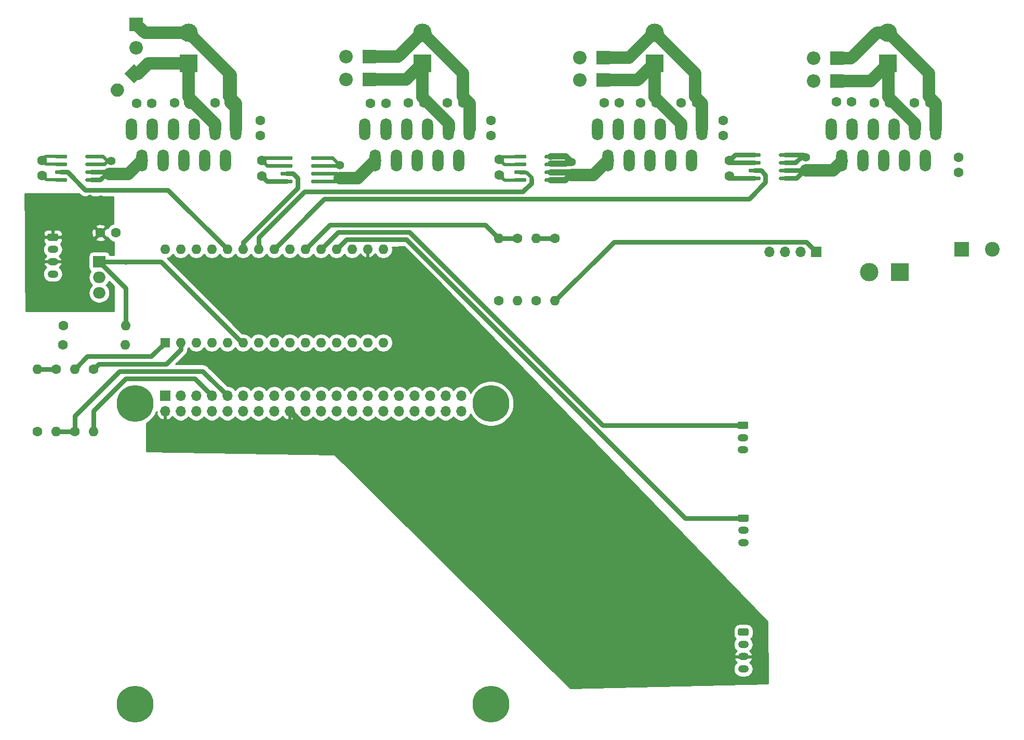
<source format=gtl>
G04 #@! TF.GenerationSoftware,KiCad,Pcbnew,(5.1.6)-1*
G04 #@! TF.CreationDate,2021-04-18T21:34:56+02:00*
G04 #@! TF.ProjectId,eduRov_motherboard,65647552-6f76-45f6-9d6f-74686572626f,rev?*
G04 #@! TF.SameCoordinates,Original*
G04 #@! TF.FileFunction,Copper,L1,Top*
G04 #@! TF.FilePolarity,Positive*
%FSLAX46Y46*%
G04 Gerber Fmt 4.6, Leading zero omitted, Abs format (unit mm)*
G04 Created by KiCad (PCBNEW (5.1.6)-1) date 2021-04-18 21:34:56*
%MOMM*%
%LPD*%
G01*
G04 APERTURE LIST*
G04 #@! TA.AperFunction,ComponentPad*
%ADD10O,1.700000X1.700000*%
G04 #@! TD*
G04 #@! TA.AperFunction,ComponentPad*
%ADD11R,1.700000X1.700000*%
G04 #@! TD*
G04 #@! TA.AperFunction,ComponentPad*
%ADD12C,6.000000*%
G04 #@! TD*
G04 #@! TA.AperFunction,ComponentPad*
%ADD13O,1.750000X1.200000*%
G04 #@! TD*
G04 #@! TA.AperFunction,ComponentPad*
%ADD14O,2.000000X1.905000*%
G04 #@! TD*
G04 #@! TA.AperFunction,ComponentPad*
%ADD15R,2.000000X1.905000*%
G04 #@! TD*
G04 #@! TA.AperFunction,ComponentPad*
%ADD16C,3.000000*%
G04 #@! TD*
G04 #@! TA.AperFunction,ComponentPad*
%ADD17R,3.000000X3.000000*%
G04 #@! TD*
G04 #@! TA.AperFunction,ComponentPad*
%ADD18O,1.800000X3.600000*%
G04 #@! TD*
G04 #@! TA.AperFunction,ComponentPad*
%ADD19O,1.600000X1.600000*%
G04 #@! TD*
G04 #@! TA.AperFunction,ComponentPad*
%ADD20C,1.600000*%
G04 #@! TD*
G04 #@! TA.AperFunction,ComponentPad*
%ADD21O,1.400000X1.400000*%
G04 #@! TD*
G04 #@! TA.AperFunction,ComponentPad*
%ADD22C,1.400000*%
G04 #@! TD*
G04 #@! TA.AperFunction,ComponentPad*
%ADD23C,2.400000*%
G04 #@! TD*
G04 #@! TA.AperFunction,ComponentPad*
%ADD24R,2.400000X2.400000*%
G04 #@! TD*
G04 #@! TA.AperFunction,ComponentPad*
%ADD25O,2.200000X2.200000*%
G04 #@! TD*
G04 #@! TA.AperFunction,ComponentPad*
%ADD26R,2.200000X2.200000*%
G04 #@! TD*
G04 #@! TA.AperFunction,ComponentPad*
%ADD27C,0.100000*%
G04 #@! TD*
G04 #@! TA.AperFunction,ComponentPad*
%ADD28R,1.600000X1.600000*%
G04 #@! TD*
G04 #@! TA.AperFunction,ViaPad*
%ADD29C,1.000000*%
G04 #@! TD*
G04 #@! TA.AperFunction,Conductor*
%ADD30C,0.800000*%
G04 #@! TD*
G04 #@! TA.AperFunction,Conductor*
%ADD31C,1.000000*%
G04 #@! TD*
G04 #@! TA.AperFunction,Conductor*
%ADD32C,0.500000*%
G04 #@! TD*
G04 #@! TA.AperFunction,Conductor*
%ADD33C,0.600000*%
G04 #@! TD*
G04 #@! TA.AperFunction,Conductor*
%ADD34C,2.000000*%
G04 #@! TD*
G04 #@! TA.AperFunction,Conductor*
%ADD35C,0.254000*%
G04 #@! TD*
G04 APERTURE END LIST*
D10*
X105410000Y-103124000D03*
X115570000Y-103124000D03*
X107950000Y-103124000D03*
X125730000Y-100584000D03*
D11*
X80010000Y-100584000D03*
D10*
X118110000Y-100584000D03*
X128270000Y-100584000D03*
X100330000Y-103124000D03*
X120650000Y-100584000D03*
X85090000Y-100584000D03*
X120650000Y-103124000D03*
X82550000Y-103124000D03*
X82550000Y-100584000D03*
X95250000Y-103124000D03*
D12*
X133140000Y-101854000D03*
D10*
X102870000Y-103124000D03*
X123190000Y-100584000D03*
X110490000Y-103124000D03*
X107950000Y-100584000D03*
X110490000Y-100584000D03*
X102870000Y-100584000D03*
X97790000Y-100584000D03*
X87630000Y-103124000D03*
X92710000Y-103124000D03*
D12*
X75140000Y-150854000D03*
D10*
X128270000Y-103124000D03*
D12*
X75140000Y-101854000D03*
D10*
X87630000Y-100584000D03*
X90170000Y-100584000D03*
X123190000Y-103124000D03*
X97790000Y-103124000D03*
X85090000Y-103124000D03*
X113030000Y-103124000D03*
X125730000Y-103124000D03*
X95250000Y-100584000D03*
X113030000Y-100584000D03*
X80010000Y-103124000D03*
X100330000Y-100584000D03*
X92710000Y-100584000D03*
D12*
X133140000Y-150854000D03*
D10*
X118110000Y-103124000D03*
X90170000Y-103124000D03*
X115570000Y-100584000D03*
X105410000Y-100584000D03*
D13*
X61722000Y-80739500D03*
X61722000Y-78739500D03*
X61722000Y-76739500D03*
G04 #@! TA.AperFunction,ComponentPad*
G36*
G01*
X61096999Y-74139500D02*
X62347001Y-74139500D01*
G75*
G02*
X62597000Y-74389499I0J-249999D01*
G01*
X62597000Y-75089501D01*
G75*
G02*
X62347001Y-75339500I-249999J0D01*
G01*
X61096999Y-75339500D01*
G75*
G02*
X60847000Y-75089501I0J249999D01*
G01*
X60847000Y-74389499D01*
G75*
G02*
X61096999Y-74139500I249999J0D01*
G01*
G37*
G04 #@! TD.AperFunction*
D14*
X69278500Y-83820000D03*
X69278500Y-81280000D03*
D15*
X69278500Y-78740000D03*
D16*
X197802500Y-41418500D03*
D17*
X197802500Y-46418500D03*
D16*
X159766000Y-41418500D03*
D17*
X159766000Y-46418500D03*
D16*
X121920000Y-41418500D03*
D17*
X121920000Y-46418500D03*
D16*
X83820000Y-41418500D03*
D17*
X83820000Y-46418500D03*
D13*
X174244000Y-145128500D03*
X174244000Y-143128500D03*
X174244000Y-141128500D03*
G04 #@! TA.AperFunction,ComponentPad*
G36*
G01*
X173618999Y-138528500D02*
X174869001Y-138528500D01*
G75*
G02*
X175119000Y-138778499I0J-249999D01*
G01*
X175119000Y-139478501D01*
G75*
G02*
X174869001Y-139728500I-249999J0D01*
G01*
X173618999Y-139728500D01*
G75*
G02*
X173369000Y-139478501I0J249999D01*
G01*
X173369000Y-138778499D01*
G75*
G02*
X173618999Y-138528500I249999J0D01*
G01*
G37*
G04 #@! TD.AperFunction*
X174244000Y-124555000D03*
X174244000Y-122555000D03*
G04 #@! TA.AperFunction,ComponentPad*
G36*
G01*
X173618999Y-119955000D02*
X174869001Y-119955000D01*
G75*
G02*
X175119000Y-120204999I0J-249999D01*
G01*
X175119000Y-120905001D01*
G75*
G02*
X174869001Y-121155000I-249999J0D01*
G01*
X173618999Y-121155000D01*
G75*
G02*
X173369000Y-120905001I0J249999D01*
G01*
X173369000Y-120204999D01*
G75*
G02*
X173618999Y-119955000I249999J0D01*
G01*
G37*
G04 #@! TD.AperFunction*
X174180500Y-109410000D03*
X174180500Y-107410000D03*
G04 #@! TA.AperFunction,ComponentPad*
G36*
G01*
X173555499Y-104810000D02*
X174805501Y-104810000D01*
G75*
G02*
X175055500Y-105059999I0J-249999D01*
G01*
X175055500Y-105760001D01*
G75*
G02*
X174805501Y-106010000I-249999J0D01*
G01*
X173555499Y-106010000D01*
G75*
G02*
X173305500Y-105760001I0J249999D01*
G01*
X173305500Y-105059999D01*
G75*
G02*
X173555499Y-104810000I249999J0D01*
G01*
G37*
G04 #@! TD.AperFunction*
D18*
X74558000Y-57150000D03*
X76258000Y-62230000D03*
X77958000Y-57150000D03*
X79658000Y-62230000D03*
X81358000Y-57150000D03*
X83058000Y-62230000D03*
X84758000Y-57150000D03*
X86458000Y-62230000D03*
X88158000Y-57150000D03*
X89858000Y-62230000D03*
X91558000Y-57150000D03*
X112580000Y-57150000D03*
X114280000Y-62230000D03*
X115980000Y-57150000D03*
X117680000Y-62230000D03*
X119380000Y-57150000D03*
X121080000Y-62230000D03*
X122780000Y-57150000D03*
X124480000Y-62230000D03*
X126180000Y-57150000D03*
X127880000Y-62230000D03*
X129580000Y-57150000D03*
X150504000Y-57150000D03*
X152204000Y-62230000D03*
X153904000Y-57150000D03*
X155604000Y-62230000D03*
X157304000Y-57150000D03*
X159004000Y-62230000D03*
X160704000Y-57150000D03*
X162404000Y-62230000D03*
X164104000Y-57150000D03*
X165804000Y-62230000D03*
X167504000Y-57150000D03*
X188604000Y-57150000D03*
X190304000Y-62230000D03*
X192004000Y-57150000D03*
X193704000Y-62230000D03*
X195404000Y-57150000D03*
X197104000Y-62230000D03*
X198804000Y-57150000D03*
X200504000Y-62230000D03*
X202204000Y-57150000D03*
X203904000Y-62230000D03*
X205604000Y-57150000D03*
D19*
X73596500Y-89154000D03*
D20*
X63436500Y-89154000D03*
D19*
X134429500Y-74930000D03*
D20*
X134429500Y-85090000D03*
D19*
X137477500Y-85090000D03*
D20*
X137477500Y-74930000D03*
D19*
X140525500Y-74930000D03*
D20*
X140525500Y-85090000D03*
D19*
X143573500Y-85090000D03*
D20*
X143573500Y-74930000D03*
D19*
X73533000Y-92265500D03*
D20*
X63373000Y-92265500D03*
D19*
X65278000Y-96266000D03*
D20*
X65278000Y-106426000D03*
D19*
X68326000Y-106426000D03*
D20*
X68326000Y-96266000D03*
D19*
X59182000Y-96266000D03*
D20*
X59182000Y-106426000D03*
D19*
X62230000Y-106426000D03*
D20*
X62230000Y-96266000D03*
G04 #@! TA.AperFunction,SMDPad,CuDef*
G36*
G01*
X64032000Y-65255000D02*
X64032000Y-65555000D01*
G75*
G02*
X63882000Y-65705000I-150000J0D01*
G01*
X62232000Y-65705000D01*
G75*
G02*
X62082000Y-65555000I0J150000D01*
G01*
X62082000Y-65255000D01*
G75*
G02*
X62232000Y-65105000I150000J0D01*
G01*
X63882000Y-65105000D01*
G75*
G02*
X64032000Y-65255000I0J-150000D01*
G01*
G37*
G04 #@! TD.AperFunction*
G04 #@! TA.AperFunction,SMDPad,CuDef*
G36*
G01*
X64032000Y-63985000D02*
X64032000Y-64285000D01*
G75*
G02*
X63882000Y-64435000I-150000J0D01*
G01*
X62232000Y-64435000D01*
G75*
G02*
X62082000Y-64285000I0J150000D01*
G01*
X62082000Y-63985000D01*
G75*
G02*
X62232000Y-63835000I150000J0D01*
G01*
X63882000Y-63835000D01*
G75*
G02*
X64032000Y-63985000I0J-150000D01*
G01*
G37*
G04 #@! TD.AperFunction*
G04 #@! TA.AperFunction,SMDPad,CuDef*
G36*
G01*
X64032000Y-62715000D02*
X64032000Y-63015000D01*
G75*
G02*
X63882000Y-63165000I-150000J0D01*
G01*
X62232000Y-63165000D01*
G75*
G02*
X62082000Y-63015000I0J150000D01*
G01*
X62082000Y-62715000D01*
G75*
G02*
X62232000Y-62565000I150000J0D01*
G01*
X63882000Y-62565000D01*
G75*
G02*
X64032000Y-62715000I0J-150000D01*
G01*
G37*
G04 #@! TD.AperFunction*
G04 #@! TA.AperFunction,SMDPad,CuDef*
G36*
G01*
X64032000Y-61445000D02*
X64032000Y-61745000D01*
G75*
G02*
X63882000Y-61895000I-150000J0D01*
G01*
X62232000Y-61895000D01*
G75*
G02*
X62082000Y-61745000I0J150000D01*
G01*
X62082000Y-61445000D01*
G75*
G02*
X62232000Y-61295000I150000J0D01*
G01*
X63882000Y-61295000D01*
G75*
G02*
X64032000Y-61445000I0J-150000D01*
G01*
G37*
G04 #@! TD.AperFunction*
G04 #@! TA.AperFunction,SMDPad,CuDef*
G36*
G01*
X68982000Y-61445000D02*
X68982000Y-61745000D01*
G75*
G02*
X68832000Y-61895000I-150000J0D01*
G01*
X67182000Y-61895000D01*
G75*
G02*
X67032000Y-61745000I0J150000D01*
G01*
X67032000Y-61445000D01*
G75*
G02*
X67182000Y-61295000I150000J0D01*
G01*
X68832000Y-61295000D01*
G75*
G02*
X68982000Y-61445000I0J-150000D01*
G01*
G37*
G04 #@! TD.AperFunction*
G04 #@! TA.AperFunction,SMDPad,CuDef*
G36*
G01*
X68982000Y-62715000D02*
X68982000Y-63015000D01*
G75*
G02*
X68832000Y-63165000I-150000J0D01*
G01*
X67182000Y-63165000D01*
G75*
G02*
X67032000Y-63015000I0J150000D01*
G01*
X67032000Y-62715000D01*
G75*
G02*
X67182000Y-62565000I150000J0D01*
G01*
X68832000Y-62565000D01*
G75*
G02*
X68982000Y-62715000I0J-150000D01*
G01*
G37*
G04 #@! TD.AperFunction*
G04 #@! TA.AperFunction,SMDPad,CuDef*
G36*
G01*
X68982000Y-63985000D02*
X68982000Y-64285000D01*
G75*
G02*
X68832000Y-64435000I-150000J0D01*
G01*
X67182000Y-64435000D01*
G75*
G02*
X67032000Y-64285000I0J150000D01*
G01*
X67032000Y-63985000D01*
G75*
G02*
X67182000Y-63835000I150000J0D01*
G01*
X68832000Y-63835000D01*
G75*
G02*
X68982000Y-63985000I0J-150000D01*
G01*
G37*
G04 #@! TD.AperFunction*
G04 #@! TA.AperFunction,SMDPad,CuDef*
G36*
G01*
X68982000Y-65255000D02*
X68982000Y-65555000D01*
G75*
G02*
X68832000Y-65705000I-150000J0D01*
G01*
X67182000Y-65705000D01*
G75*
G02*
X67032000Y-65555000I0J150000D01*
G01*
X67032000Y-65255000D01*
G75*
G02*
X67182000Y-65105000I150000J0D01*
G01*
X68832000Y-65105000D01*
G75*
G02*
X68982000Y-65255000I0J-150000D01*
G01*
G37*
G04 #@! TD.AperFunction*
G04 #@! TA.AperFunction,SMDPad,CuDef*
G36*
G01*
X100797000Y-65509000D02*
X100797000Y-65809000D01*
G75*
G02*
X100647000Y-65959000I-150000J0D01*
G01*
X98997000Y-65959000D01*
G75*
G02*
X98847000Y-65809000I0J150000D01*
G01*
X98847000Y-65509000D01*
G75*
G02*
X98997000Y-65359000I150000J0D01*
G01*
X100647000Y-65359000D01*
G75*
G02*
X100797000Y-65509000I0J-150000D01*
G01*
G37*
G04 #@! TD.AperFunction*
G04 #@! TA.AperFunction,SMDPad,CuDef*
G36*
G01*
X100797000Y-64239000D02*
X100797000Y-64539000D01*
G75*
G02*
X100647000Y-64689000I-150000J0D01*
G01*
X98997000Y-64689000D01*
G75*
G02*
X98847000Y-64539000I0J150000D01*
G01*
X98847000Y-64239000D01*
G75*
G02*
X98997000Y-64089000I150000J0D01*
G01*
X100647000Y-64089000D01*
G75*
G02*
X100797000Y-64239000I0J-150000D01*
G01*
G37*
G04 #@! TD.AperFunction*
G04 #@! TA.AperFunction,SMDPad,CuDef*
G36*
G01*
X100797000Y-62969000D02*
X100797000Y-63269000D01*
G75*
G02*
X100647000Y-63419000I-150000J0D01*
G01*
X98997000Y-63419000D01*
G75*
G02*
X98847000Y-63269000I0J150000D01*
G01*
X98847000Y-62969000D01*
G75*
G02*
X98997000Y-62819000I150000J0D01*
G01*
X100647000Y-62819000D01*
G75*
G02*
X100797000Y-62969000I0J-150000D01*
G01*
G37*
G04 #@! TD.AperFunction*
G04 #@! TA.AperFunction,SMDPad,CuDef*
G36*
G01*
X100797000Y-61699000D02*
X100797000Y-61999000D01*
G75*
G02*
X100647000Y-62149000I-150000J0D01*
G01*
X98997000Y-62149000D01*
G75*
G02*
X98847000Y-61999000I0J150000D01*
G01*
X98847000Y-61699000D01*
G75*
G02*
X98997000Y-61549000I150000J0D01*
G01*
X100647000Y-61549000D01*
G75*
G02*
X100797000Y-61699000I0J-150000D01*
G01*
G37*
G04 #@! TD.AperFunction*
G04 #@! TA.AperFunction,SMDPad,CuDef*
G36*
G01*
X105747000Y-61699000D02*
X105747000Y-61999000D01*
G75*
G02*
X105597000Y-62149000I-150000J0D01*
G01*
X103947000Y-62149000D01*
G75*
G02*
X103797000Y-61999000I0J150000D01*
G01*
X103797000Y-61699000D01*
G75*
G02*
X103947000Y-61549000I150000J0D01*
G01*
X105597000Y-61549000D01*
G75*
G02*
X105747000Y-61699000I0J-150000D01*
G01*
G37*
G04 #@! TD.AperFunction*
G04 #@! TA.AperFunction,SMDPad,CuDef*
G36*
G01*
X105747000Y-62969000D02*
X105747000Y-63269000D01*
G75*
G02*
X105597000Y-63419000I-150000J0D01*
G01*
X103947000Y-63419000D01*
G75*
G02*
X103797000Y-63269000I0J150000D01*
G01*
X103797000Y-62969000D01*
G75*
G02*
X103947000Y-62819000I150000J0D01*
G01*
X105597000Y-62819000D01*
G75*
G02*
X105747000Y-62969000I0J-150000D01*
G01*
G37*
G04 #@! TD.AperFunction*
G04 #@! TA.AperFunction,SMDPad,CuDef*
G36*
G01*
X105747000Y-64239000D02*
X105747000Y-64539000D01*
G75*
G02*
X105597000Y-64689000I-150000J0D01*
G01*
X103947000Y-64689000D01*
G75*
G02*
X103797000Y-64539000I0J150000D01*
G01*
X103797000Y-64239000D01*
G75*
G02*
X103947000Y-64089000I150000J0D01*
G01*
X105597000Y-64089000D01*
G75*
G02*
X105747000Y-64239000I0J-150000D01*
G01*
G37*
G04 #@! TD.AperFunction*
G04 #@! TA.AperFunction,SMDPad,CuDef*
G36*
G01*
X105747000Y-65509000D02*
X105747000Y-65809000D01*
G75*
G02*
X105597000Y-65959000I-150000J0D01*
G01*
X103947000Y-65959000D01*
G75*
G02*
X103797000Y-65809000I0J150000D01*
G01*
X103797000Y-65509000D01*
G75*
G02*
X103947000Y-65359000I150000J0D01*
G01*
X105597000Y-65359000D01*
G75*
G02*
X105747000Y-65509000I0J-150000D01*
G01*
G37*
G04 #@! TD.AperFunction*
G04 #@! TA.AperFunction,SMDPad,CuDef*
G36*
G01*
X138868020Y-65272780D02*
X138868020Y-65572780D01*
G75*
G02*
X138718020Y-65722780I-150000J0D01*
G01*
X137068020Y-65722780D01*
G75*
G02*
X136918020Y-65572780I0J150000D01*
G01*
X136918020Y-65272780D01*
G75*
G02*
X137068020Y-65122780I150000J0D01*
G01*
X138718020Y-65122780D01*
G75*
G02*
X138868020Y-65272780I0J-150000D01*
G01*
G37*
G04 #@! TD.AperFunction*
G04 #@! TA.AperFunction,SMDPad,CuDef*
G36*
G01*
X138868020Y-64002780D02*
X138868020Y-64302780D01*
G75*
G02*
X138718020Y-64452780I-150000J0D01*
G01*
X137068020Y-64452780D01*
G75*
G02*
X136918020Y-64302780I0J150000D01*
G01*
X136918020Y-64002780D01*
G75*
G02*
X137068020Y-63852780I150000J0D01*
G01*
X138718020Y-63852780D01*
G75*
G02*
X138868020Y-64002780I0J-150000D01*
G01*
G37*
G04 #@! TD.AperFunction*
G04 #@! TA.AperFunction,SMDPad,CuDef*
G36*
G01*
X138868020Y-62732780D02*
X138868020Y-63032780D01*
G75*
G02*
X138718020Y-63182780I-150000J0D01*
G01*
X137068020Y-63182780D01*
G75*
G02*
X136918020Y-63032780I0J150000D01*
G01*
X136918020Y-62732780D01*
G75*
G02*
X137068020Y-62582780I150000J0D01*
G01*
X138718020Y-62582780D01*
G75*
G02*
X138868020Y-62732780I0J-150000D01*
G01*
G37*
G04 #@! TD.AperFunction*
G04 #@! TA.AperFunction,SMDPad,CuDef*
G36*
G01*
X138868020Y-61462780D02*
X138868020Y-61762780D01*
G75*
G02*
X138718020Y-61912780I-150000J0D01*
G01*
X137068020Y-61912780D01*
G75*
G02*
X136918020Y-61762780I0J150000D01*
G01*
X136918020Y-61462780D01*
G75*
G02*
X137068020Y-61312780I150000J0D01*
G01*
X138718020Y-61312780D01*
G75*
G02*
X138868020Y-61462780I0J-150000D01*
G01*
G37*
G04 #@! TD.AperFunction*
G04 #@! TA.AperFunction,SMDPad,CuDef*
G36*
G01*
X143818020Y-61462780D02*
X143818020Y-61762780D01*
G75*
G02*
X143668020Y-61912780I-150000J0D01*
G01*
X142018020Y-61912780D01*
G75*
G02*
X141868020Y-61762780I0J150000D01*
G01*
X141868020Y-61462780D01*
G75*
G02*
X142018020Y-61312780I150000J0D01*
G01*
X143668020Y-61312780D01*
G75*
G02*
X143818020Y-61462780I0J-150000D01*
G01*
G37*
G04 #@! TD.AperFunction*
G04 #@! TA.AperFunction,SMDPad,CuDef*
G36*
G01*
X143818020Y-62732780D02*
X143818020Y-63032780D01*
G75*
G02*
X143668020Y-63182780I-150000J0D01*
G01*
X142018020Y-63182780D01*
G75*
G02*
X141868020Y-63032780I0J150000D01*
G01*
X141868020Y-62732780D01*
G75*
G02*
X142018020Y-62582780I150000J0D01*
G01*
X143668020Y-62582780D01*
G75*
G02*
X143818020Y-62732780I0J-150000D01*
G01*
G37*
G04 #@! TD.AperFunction*
G04 #@! TA.AperFunction,SMDPad,CuDef*
G36*
G01*
X143818020Y-64002780D02*
X143818020Y-64302780D01*
G75*
G02*
X143668020Y-64452780I-150000J0D01*
G01*
X142018020Y-64452780D01*
G75*
G02*
X141868020Y-64302780I0J150000D01*
G01*
X141868020Y-64002780D01*
G75*
G02*
X142018020Y-63852780I150000J0D01*
G01*
X143668020Y-63852780D01*
G75*
G02*
X143818020Y-64002780I0J-150000D01*
G01*
G37*
G04 #@! TD.AperFunction*
G04 #@! TA.AperFunction,SMDPad,CuDef*
G36*
G01*
X143818020Y-65272780D02*
X143818020Y-65572780D01*
G75*
G02*
X143668020Y-65722780I-150000J0D01*
G01*
X142018020Y-65722780D01*
G75*
G02*
X141868020Y-65572780I0J150000D01*
G01*
X141868020Y-65272780D01*
G75*
G02*
X142018020Y-65122780I150000J0D01*
G01*
X143668020Y-65122780D01*
G75*
G02*
X143818020Y-65272780I0J-150000D01*
G01*
G37*
G04 #@! TD.AperFunction*
G04 #@! TA.AperFunction,SMDPad,CuDef*
G36*
G01*
X177062000Y-65001000D02*
X177062000Y-65301000D01*
G75*
G02*
X176912000Y-65451000I-150000J0D01*
G01*
X175262000Y-65451000D01*
G75*
G02*
X175112000Y-65301000I0J150000D01*
G01*
X175112000Y-65001000D01*
G75*
G02*
X175262000Y-64851000I150000J0D01*
G01*
X176912000Y-64851000D01*
G75*
G02*
X177062000Y-65001000I0J-150000D01*
G01*
G37*
G04 #@! TD.AperFunction*
G04 #@! TA.AperFunction,SMDPad,CuDef*
G36*
G01*
X177062000Y-63731000D02*
X177062000Y-64031000D01*
G75*
G02*
X176912000Y-64181000I-150000J0D01*
G01*
X175262000Y-64181000D01*
G75*
G02*
X175112000Y-64031000I0J150000D01*
G01*
X175112000Y-63731000D01*
G75*
G02*
X175262000Y-63581000I150000J0D01*
G01*
X176912000Y-63581000D01*
G75*
G02*
X177062000Y-63731000I0J-150000D01*
G01*
G37*
G04 #@! TD.AperFunction*
G04 #@! TA.AperFunction,SMDPad,CuDef*
G36*
G01*
X177062000Y-62461000D02*
X177062000Y-62761000D01*
G75*
G02*
X176912000Y-62911000I-150000J0D01*
G01*
X175262000Y-62911000D01*
G75*
G02*
X175112000Y-62761000I0J150000D01*
G01*
X175112000Y-62461000D01*
G75*
G02*
X175262000Y-62311000I150000J0D01*
G01*
X176912000Y-62311000D01*
G75*
G02*
X177062000Y-62461000I0J-150000D01*
G01*
G37*
G04 #@! TD.AperFunction*
G04 #@! TA.AperFunction,SMDPad,CuDef*
G36*
G01*
X177062000Y-61191000D02*
X177062000Y-61491000D01*
G75*
G02*
X176912000Y-61641000I-150000J0D01*
G01*
X175262000Y-61641000D01*
G75*
G02*
X175112000Y-61491000I0J150000D01*
G01*
X175112000Y-61191000D01*
G75*
G02*
X175262000Y-61041000I150000J0D01*
G01*
X176912000Y-61041000D01*
G75*
G02*
X177062000Y-61191000I0J-150000D01*
G01*
G37*
G04 #@! TD.AperFunction*
G04 #@! TA.AperFunction,SMDPad,CuDef*
G36*
G01*
X182012000Y-61191000D02*
X182012000Y-61491000D01*
G75*
G02*
X181862000Y-61641000I-150000J0D01*
G01*
X180212000Y-61641000D01*
G75*
G02*
X180062000Y-61491000I0J150000D01*
G01*
X180062000Y-61191000D01*
G75*
G02*
X180212000Y-61041000I150000J0D01*
G01*
X181862000Y-61041000D01*
G75*
G02*
X182012000Y-61191000I0J-150000D01*
G01*
G37*
G04 #@! TD.AperFunction*
G04 #@! TA.AperFunction,SMDPad,CuDef*
G36*
G01*
X182012000Y-62461000D02*
X182012000Y-62761000D01*
G75*
G02*
X181862000Y-62911000I-150000J0D01*
G01*
X180212000Y-62911000D01*
G75*
G02*
X180062000Y-62761000I0J150000D01*
G01*
X180062000Y-62461000D01*
G75*
G02*
X180212000Y-62311000I150000J0D01*
G01*
X181862000Y-62311000D01*
G75*
G02*
X182012000Y-62461000I0J-150000D01*
G01*
G37*
G04 #@! TD.AperFunction*
G04 #@! TA.AperFunction,SMDPad,CuDef*
G36*
G01*
X182012000Y-63731000D02*
X182012000Y-64031000D01*
G75*
G02*
X181862000Y-64181000I-150000J0D01*
G01*
X180212000Y-64181000D01*
G75*
G02*
X180062000Y-64031000I0J150000D01*
G01*
X180062000Y-63731000D01*
G75*
G02*
X180212000Y-63581000I150000J0D01*
G01*
X181862000Y-63581000D01*
G75*
G02*
X182012000Y-63731000I0J-150000D01*
G01*
G37*
G04 #@! TD.AperFunction*
G04 #@! TA.AperFunction,SMDPad,CuDef*
G36*
G01*
X182012000Y-65001000D02*
X182012000Y-65301000D01*
G75*
G02*
X181862000Y-65451000I-150000J0D01*
G01*
X180212000Y-65451000D01*
G75*
G02*
X180062000Y-65301000I0J150000D01*
G01*
X180062000Y-65001000D01*
G75*
G02*
X180212000Y-64851000I150000J0D01*
G01*
X181862000Y-64851000D01*
G75*
G02*
X182012000Y-65001000I0J-150000D01*
G01*
G37*
G04 #@! TD.AperFunction*
D21*
X71247000Y-64262000D03*
D22*
X71247000Y-62362000D03*
D21*
X108458000Y-64892000D03*
D22*
X108458000Y-62992000D03*
D21*
X146215100Y-64401780D03*
D22*
X146215100Y-62501780D03*
D21*
X184404000Y-63622000D03*
D22*
X184404000Y-61722000D03*
D20*
X59944000Y-64730000D03*
X59944000Y-62230000D03*
X95758000Y-64770000D03*
X95758000Y-62270000D03*
X134477760Y-64569340D03*
X134477760Y-62069340D03*
X171958000Y-64770000D03*
X171958000Y-62270000D03*
X71969000Y-74041000D03*
X69469000Y-74041000D03*
X95504000Y-58189500D03*
X95504000Y-55689500D03*
X133159500Y-58189500D03*
X133159500Y-55689500D03*
X171005500Y-58189500D03*
X171005500Y-55689500D03*
X209359500Y-61698500D03*
X209359500Y-64198500D03*
D23*
X214804000Y-76708000D03*
D24*
X209804000Y-76708000D03*
D25*
X75311000Y-43878500D03*
D26*
X75311000Y-40068500D03*
G04 #@! TA.AperFunction,ComponentPad*
G36*
G01*
X73013740Y-49985760D02*
X73013740Y-49985760D01*
G75*
G02*
X73013740Y-51541394I-777817J-777817D01*
G01*
X73013740Y-51541394D01*
G75*
G02*
X71458106Y-51541394I-777817J777817D01*
G01*
X71458106Y-51541394D01*
G75*
G02*
X71458106Y-49985760I777817J777817D01*
G01*
X71458106Y-49985760D01*
G75*
G02*
X73013740Y-49985760I777817J-777817D01*
G01*
G37*
G04 #@! TD.AperFunction*
G04 #@! TA.AperFunction,ComponentPad*
D27*
G36*
X74930000Y-46513865D02*
G01*
X76485635Y-48069500D01*
X74930000Y-49625135D01*
X73374365Y-48069500D01*
X74930000Y-46513865D01*
G37*
G04 #@! TD.AperFunction*
D25*
X109474000Y-45339000D03*
D26*
X113284000Y-45339000D03*
D25*
X109537500Y-49022000D03*
D26*
X113347500Y-49022000D03*
D25*
X147574000Y-45466000D03*
D26*
X151384000Y-45466000D03*
D25*
X147574000Y-49149000D03*
D26*
X151384000Y-49149000D03*
D25*
X185674000Y-45593000D03*
D26*
X189484000Y-45593000D03*
D25*
X185674000Y-49276000D03*
D26*
X189484000Y-49276000D03*
D20*
X88178000Y-52832000D03*
X90678000Y-52832000D03*
X81574000Y-52832000D03*
X84074000Y-52832000D03*
X75351000Y-52959000D03*
X77851000Y-52959000D03*
X126024000Y-52832000D03*
X128524000Y-52832000D03*
X119674000Y-52832000D03*
X122174000Y-52832000D03*
X113514500Y-52895500D03*
X116014500Y-52895500D03*
X164124000Y-52832000D03*
X166624000Y-52832000D03*
X157520000Y-52832000D03*
X160020000Y-52832000D03*
X151551000Y-52832000D03*
X154051000Y-52832000D03*
X202160500Y-52832000D03*
X204660500Y-52832000D03*
X195580000Y-52832000D03*
X198080000Y-52832000D03*
X189397000Y-52705000D03*
X191897000Y-52705000D03*
D19*
X115570000Y-76708000D03*
X115570000Y-91948000D03*
X80010000Y-76708000D03*
X113030000Y-91948000D03*
X82550000Y-76708000D03*
X110490000Y-91948000D03*
X85090000Y-76708000D03*
X107950000Y-91948000D03*
X87630000Y-76708000D03*
X105410000Y-91948000D03*
X90170000Y-76708000D03*
X102870000Y-91948000D03*
X92710000Y-76708000D03*
X100330000Y-91948000D03*
X95250000Y-76708000D03*
X97790000Y-91948000D03*
X97790000Y-76708000D03*
X95250000Y-91948000D03*
X100330000Y-76708000D03*
X92710000Y-91948000D03*
X102870000Y-76708000D03*
X90170000Y-91948000D03*
X105410000Y-76708000D03*
X87630000Y-91948000D03*
X107950000Y-76708000D03*
X85090000Y-91948000D03*
X110490000Y-76708000D03*
X82550000Y-91948000D03*
X113030000Y-76708000D03*
D28*
X80010000Y-91948000D03*
D16*
X194796400Y-80479900D03*
D17*
X199796400Y-80479900D03*
D10*
X178511200Y-77152500D03*
X181051200Y-77152500D03*
X183591200Y-77152500D03*
D11*
X186131200Y-77152500D03*
D29*
X69532500Y-68389500D03*
X67740001Y-68340499D03*
D30*
X137477500Y-74930000D02*
X134429500Y-74930000D01*
X106870020Y-72707980D02*
X102870000Y-76708000D01*
X133667980Y-74168480D02*
X134429500Y-74930000D01*
X134429500Y-74930000D02*
X132207480Y-72707980D01*
X131889980Y-72707980D02*
X126746480Y-72707980D01*
X132207480Y-72707980D02*
X126746480Y-72707980D01*
X126746480Y-72707980D02*
X106870020Y-72707980D01*
X92710000Y-91948000D02*
X92538002Y-91948000D01*
X92538002Y-91948000D02*
X79330002Y-78740000D01*
X73596500Y-78867000D02*
X73723500Y-78740000D01*
X79330002Y-78740000D02*
X73723500Y-78740000D01*
X73723500Y-78740000D02*
X69278500Y-78740000D01*
X73596500Y-83058000D02*
X69278500Y-78740000D01*
X73596500Y-89154000D02*
X73596500Y-83058000D01*
D31*
X146215100Y-62501780D02*
X145308320Y-61595000D01*
X142860800Y-61595000D02*
X142843020Y-61612780D01*
X145308320Y-61595000D02*
X142860800Y-61595000D01*
X145354510Y-62752770D02*
X142843020Y-62752770D01*
X146187829Y-62701771D02*
X145405509Y-62701771D01*
X145405509Y-62701771D02*
X145354510Y-62752770D01*
X146215100Y-62501780D02*
X146215100Y-62674500D01*
X146215100Y-62674500D02*
X146187829Y-62701771D01*
D32*
X134934320Y-61612780D02*
X134477760Y-62069340D01*
X137893020Y-61612780D02*
X134934320Y-61612780D01*
X135291200Y-62882780D02*
X134477760Y-62069340D01*
X137893020Y-62882780D02*
X135291200Y-62882780D01*
D33*
X69845000Y-61595000D02*
X70612000Y-62362000D01*
X68007000Y-61595000D02*
X69845000Y-61595000D01*
X70109000Y-62865000D02*
X70612000Y-62362000D01*
X68007000Y-62865000D02*
X70109000Y-62865000D01*
D32*
X60579000Y-61595000D02*
X59944000Y-62230000D01*
X63057000Y-61595000D02*
X60579000Y-61595000D01*
X60579000Y-62865000D02*
X59944000Y-62230000D01*
X63057000Y-62865000D02*
X60579000Y-62865000D01*
D33*
X108331000Y-63119000D02*
X108458000Y-62992000D01*
X104772000Y-63119000D02*
X108331000Y-63119000D01*
X107315000Y-61849000D02*
X108458000Y-62992000D01*
X104772000Y-61849000D02*
X107315000Y-61849000D01*
X99822000Y-61849000D02*
X97155000Y-61849000D01*
D30*
X184023000Y-61341000D02*
X184404000Y-61722000D01*
X181037000Y-61341000D02*
X184023000Y-61341000D01*
X181037000Y-62611000D02*
X182753000Y-62611000D01*
X183642000Y-61722000D02*
X184404000Y-61722000D01*
X182753000Y-62611000D02*
X183642000Y-61722000D01*
X172887000Y-61341000D02*
X171958000Y-62270000D01*
X176087000Y-61341000D02*
X172887000Y-61341000D01*
X172299000Y-62611000D02*
X171958000Y-62270000D01*
X176087000Y-62611000D02*
X172299000Y-62611000D01*
D33*
X96607000Y-63119000D02*
X95758000Y-62270000D01*
X99822000Y-63119000D02*
X96607000Y-63119000D01*
X96179000Y-61849000D02*
X95758000Y-62270000D01*
X99822000Y-61849000D02*
X96179000Y-61849000D01*
D30*
X108210011Y-73907989D02*
X105410000Y-76708000D01*
X119818489Y-73907989D02*
X108210011Y-73907989D01*
X127444500Y-81534000D02*
X119818489Y-73907989D01*
X125418511Y-79508011D02*
X127444500Y-81534000D01*
X174180500Y-105410000D02*
X151320500Y-105410000D01*
X127444500Y-81534000D02*
X148336000Y-102425500D01*
X151320500Y-105410000D02*
X148336000Y-102425500D01*
X148336000Y-102425500D02*
X150558500Y-104648000D01*
X109550001Y-75107999D02*
X119321429Y-75107999D01*
X119321429Y-75107999D02*
X125548215Y-81334785D01*
X107950000Y-76708000D02*
X109550001Y-75107999D01*
X124921451Y-80708021D02*
X125548215Y-81334785D01*
X125548215Y-81334785D02*
X157425215Y-113211785D01*
X164768430Y-120555000D02*
X157425215Y-113211785D01*
X174244000Y-120555000D02*
X164768430Y-120555000D01*
D32*
X135331200Y-65422780D02*
X137893020Y-65422780D01*
X134477760Y-64569340D02*
X135331200Y-65422780D01*
X60619000Y-65405000D02*
X59944000Y-64730000D01*
X63057000Y-65405000D02*
X60619000Y-65405000D01*
D30*
X172339000Y-65151000D02*
X171958000Y-64770000D01*
X176087000Y-65151000D02*
X172339000Y-65151000D01*
X96647000Y-65659000D02*
X95758000Y-64770000D01*
X99822000Y-65659000D02*
X96647000Y-65659000D01*
D34*
X90424000Y-48006000D02*
X83820000Y-41402000D01*
X90424000Y-51816000D02*
X90424000Y-48006000D01*
X91558000Y-52950000D02*
X90424000Y-51816000D01*
X91558000Y-57150000D02*
X91558000Y-52950000D01*
X91558000Y-53712000D02*
X90678000Y-52832000D01*
X91558000Y-57150000D02*
X91558000Y-53712000D01*
X90678000Y-48260000D02*
X83820000Y-41402000D01*
X90678000Y-52832000D02*
X90678000Y-48260000D01*
X76724500Y-41418500D02*
X75755500Y-40449500D01*
X83820000Y-41418500D02*
X76724500Y-41418500D01*
X88158000Y-57150000D02*
X88158000Y-56250000D01*
X88158000Y-56250000D02*
X83820000Y-51912000D01*
X83820000Y-51912000D02*
X83820000Y-46402000D01*
X84592705Y-52832000D02*
X84074000Y-52832000D01*
X88158000Y-56397295D02*
X84592705Y-52832000D01*
X88158000Y-57150000D02*
X88158000Y-56397295D01*
X83820000Y-46418500D02*
X77279500Y-46418500D01*
X75628500Y-48069500D02*
X74930000Y-48069500D01*
X77279500Y-46418500D02*
X75628500Y-48069500D01*
X129658000Y-52950000D02*
X128524000Y-51816000D01*
X129658000Y-57150000D02*
X129658000Y-52950000D01*
X128524000Y-48006000D02*
X121920000Y-41402000D01*
X128524000Y-51816000D02*
X128524000Y-48006000D01*
X117983000Y-45339000D02*
X121920000Y-41402000D01*
X113284000Y-45339000D02*
X117983000Y-45339000D01*
X121920000Y-51912000D02*
X121920000Y-46402000D01*
X126258000Y-56250000D02*
X121920000Y-51912000D01*
X126258000Y-57150000D02*
X126258000Y-56250000D01*
X120316000Y-48006000D02*
X121920000Y-46402000D01*
X119300000Y-49022000D02*
X121920000Y-46402000D01*
X113347500Y-49022000D02*
X119300000Y-49022000D01*
X166370000Y-48006000D02*
X159766000Y-41402000D01*
X166370000Y-51816000D02*
X166370000Y-48006000D01*
X167504000Y-52950000D02*
X166370000Y-51816000D01*
X167504000Y-57150000D02*
X167504000Y-52950000D01*
X159766000Y-41402000D02*
X159702500Y-41402000D01*
X155638500Y-45466000D02*
X151384000Y-45466000D01*
X159702500Y-41402000D02*
X155638500Y-45466000D01*
X164104000Y-57150000D02*
X164104000Y-56250000D01*
X164104000Y-56250000D02*
X159766000Y-51912000D01*
X159766000Y-51912000D02*
X159766000Y-46402000D01*
X158162000Y-48006000D02*
X159766000Y-46402000D01*
X157019000Y-49149000D02*
X159766000Y-46402000D01*
X151384000Y-49149000D02*
X157019000Y-49149000D01*
X204470000Y-48006000D02*
X197866000Y-41402000D01*
X204470000Y-51816000D02*
X204470000Y-48006000D01*
X205604000Y-52950000D02*
X204470000Y-51816000D01*
X205604000Y-57150000D02*
X205604000Y-52950000D01*
X191516000Y-45593000D02*
X191833500Y-45593000D01*
X189484000Y-45593000D02*
X191516000Y-45593000D01*
X196008000Y-41418500D02*
X197802500Y-41418500D01*
X191833500Y-45593000D02*
X196008000Y-41418500D01*
X202204000Y-57150000D02*
X202204000Y-56250000D01*
X202204000Y-56250000D02*
X197866000Y-51912000D01*
X197866000Y-51912000D02*
X197866000Y-46402000D01*
X194992000Y-49276000D02*
X197866000Y-46402000D01*
X189484000Y-49276000D02*
X194992000Y-49276000D01*
D31*
X67789002Y-68389500D02*
X67740001Y-68340499D01*
D30*
X153161001Y-75502499D02*
X143573500Y-85090000D01*
X184481199Y-75502499D02*
X153161001Y-75502499D01*
X186131200Y-77152500D02*
X184481199Y-75502499D01*
X97790000Y-76708000D02*
X105987990Y-68510010D01*
X177135518Y-63881000D02*
X176087000Y-63881000D01*
X177862010Y-65824488D02*
X177862010Y-64607492D01*
X175176490Y-68510008D02*
X177862010Y-65824488D01*
X177862010Y-64607492D02*
X177135518Y-63881000D01*
X105987990Y-68510010D02*
X175176490Y-68510008D01*
D33*
X139700000Y-64984760D02*
X138868020Y-64152780D01*
X138868020Y-64152780D02*
X137893020Y-64152780D01*
D30*
X138324318Y-67310000D02*
X139700000Y-65934318D01*
X139700000Y-65934318D02*
X139700000Y-65278000D01*
D33*
X139700000Y-65278000D02*
X139700000Y-64984760D01*
D30*
X111506000Y-67310000D02*
X138324318Y-67310000D01*
X109728000Y-67310000D02*
X111506000Y-67310000D01*
X95250000Y-75184000D02*
X95250000Y-76708000D01*
X95250000Y-74785570D02*
X95250000Y-75184000D01*
X102725570Y-67310000D02*
X95250000Y-74785570D01*
X111506000Y-67310000D02*
X102725570Y-67310000D01*
X100870518Y-64389000D02*
X99822000Y-64389000D01*
X101597010Y-65115492D02*
X100870518Y-64389000D01*
X92837000Y-75501500D02*
X101597010Y-66741490D01*
X101597010Y-66741490D02*
X101597010Y-65115492D01*
X92710000Y-75501500D02*
X92837000Y-75501500D01*
X92710000Y-76708000D02*
X92710000Y-75501500D01*
X64105518Y-64135000D02*
X63057000Y-64135000D01*
X80502498Y-67040498D02*
X67011016Y-67040498D01*
X67011016Y-67040498D02*
X64105518Y-64135000D01*
X90170000Y-76708000D02*
X80502498Y-67040498D01*
X82550000Y-93079370D02*
X82550000Y-91948000D01*
X80239390Y-95389980D02*
X82550000Y-93079370D01*
X69202020Y-95389980D02*
X73418980Y-95389980D01*
X68326000Y-96266000D02*
X69202020Y-95389980D01*
X72212571Y-95389980D02*
X73418980Y-95389980D01*
X73418980Y-95389980D02*
X80239390Y-95389980D01*
X77768030Y-94189970D02*
X80010000Y-91948000D01*
X65278000Y-96266000D02*
X67354030Y-94189970D01*
X67354030Y-94189970D02*
X77768030Y-94189970D01*
X59182000Y-96266000D02*
X62230000Y-96266000D01*
X143446500Y-74930000D02*
X140525500Y-74930000D01*
X86175990Y-96589990D02*
X90170000Y-100584000D01*
X65278000Y-103886000D02*
X72574010Y-96589990D01*
X72574010Y-96589990D02*
X73590010Y-96589990D01*
X65278000Y-106426000D02*
X65278000Y-103886000D01*
X73082938Y-96589990D02*
X73590010Y-96589990D01*
X73590010Y-96589990D02*
X86175990Y-96589990D01*
X62230000Y-106426000D02*
X65278000Y-106426000D01*
X84836000Y-97790000D02*
X87630000Y-100584000D01*
X73579998Y-97790000D02*
X84836000Y-97790000D01*
X68326000Y-103043998D02*
X73579998Y-97790000D01*
X68326000Y-106426000D02*
X68326000Y-103043998D01*
D34*
X190304000Y-62230000D02*
X190304000Y-62426000D01*
X188907999Y-63822001D02*
X184404000Y-63822001D01*
X190304000Y-62426000D02*
X188907999Y-63822001D01*
D30*
X182875000Y-65151000D02*
X184404000Y-63622000D01*
X181037000Y-65151000D02*
X182875000Y-65151000D01*
X184345001Y-63881000D02*
X184404000Y-63822001D01*
X181037000Y-63881000D02*
X184345001Y-63881000D01*
D34*
X149832219Y-64601781D02*
X146215100Y-64601781D01*
X152204000Y-62230000D02*
X149832219Y-64601781D01*
D31*
X145966100Y-64152780D02*
X146215100Y-64401780D01*
X142843020Y-64152780D02*
X145966100Y-64152780D01*
X145194100Y-65422780D02*
X146215100Y-64401780D01*
X142843020Y-65422780D02*
X145194100Y-65422780D01*
D33*
X107955000Y-64389000D02*
X108458000Y-64892000D01*
X104772000Y-64389000D02*
X107955000Y-64389000D01*
X107691000Y-65659000D02*
X108458000Y-64892000D01*
X104772000Y-65659000D02*
X107691000Y-65659000D01*
D34*
X111411332Y-65092001D02*
X108458000Y-65092001D01*
X114273333Y-62230000D02*
X111411332Y-65092001D01*
D30*
X70485000Y-64135000D02*
X70612000Y-64262000D01*
X68007000Y-64135000D02*
X70485000Y-64135000D01*
X69469000Y-65405000D02*
X70612000Y-64262000D01*
X68007000Y-65405000D02*
X69469000Y-65405000D01*
D34*
X74025999Y-64462001D02*
X70916176Y-64462001D01*
X76258000Y-62230000D02*
X74025999Y-64462001D01*
D31*
X105727500Y-108521500D02*
X100330000Y-103124000D01*
D35*
G36*
X124790454Y-82170843D02*
G01*
X124790460Y-82170848D01*
X126296997Y-83677385D01*
X178186134Y-137412258D01*
X178215274Y-147467930D01*
X146060906Y-148271276D01*
X142893330Y-145128500D01*
X172635580Y-145128500D01*
X172661201Y-145388637D01*
X172737081Y-145638778D01*
X172860302Y-145869308D01*
X173026130Y-146071370D01*
X173228192Y-146237198D01*
X173458722Y-146360419D01*
X173708863Y-146436299D01*
X173903816Y-146455500D01*
X174584184Y-146455500D01*
X174779137Y-146436299D01*
X175029278Y-146360419D01*
X175259808Y-146237198D01*
X175461870Y-146071370D01*
X175627698Y-145869308D01*
X175750919Y-145638778D01*
X175826799Y-145388637D01*
X175852420Y-145128500D01*
X175826799Y-144868363D01*
X175750919Y-144618222D01*
X175627698Y-144387692D01*
X175461870Y-144185630D01*
X175323417Y-144072005D01*
X175482078Y-143911974D01*
X175616421Y-143709033D01*
X175708591Y-143483782D01*
X175712462Y-143446109D01*
X175587731Y-143255500D01*
X174371000Y-143255500D01*
X174371000Y-143275500D01*
X174117000Y-143275500D01*
X174117000Y-143255500D01*
X172900269Y-143255500D01*
X172775538Y-143446109D01*
X172779409Y-143483782D01*
X172871579Y-143709033D01*
X173005922Y-143911974D01*
X173164583Y-144072005D01*
X173026130Y-144185630D01*
X172860302Y-144387692D01*
X172737081Y-144618222D01*
X172661201Y-144868363D01*
X172635580Y-145128500D01*
X142893330Y-145128500D01*
X138861766Y-141128500D01*
X172635580Y-141128500D01*
X172661201Y-141388637D01*
X172737081Y-141638778D01*
X172860302Y-141869308D01*
X173026130Y-142071370D01*
X173164583Y-142184995D01*
X173005922Y-142345026D01*
X172871579Y-142547967D01*
X172779409Y-142773218D01*
X172775538Y-142810891D01*
X172900269Y-143001500D01*
X174117000Y-143001500D01*
X174117000Y-142981500D01*
X174371000Y-142981500D01*
X174371000Y-143001500D01*
X175587731Y-143001500D01*
X175712462Y-142810891D01*
X175708591Y-142773218D01*
X175616421Y-142547967D01*
X175482078Y-142345026D01*
X175323417Y-142184995D01*
X175461870Y-142071370D01*
X175627698Y-141869308D01*
X175750919Y-141638778D01*
X175826799Y-141388637D01*
X175852420Y-141128500D01*
X175826799Y-140868363D01*
X175750919Y-140618222D01*
X175627698Y-140387692D01*
X175495534Y-140226650D01*
X175562331Y-140171831D01*
X175684270Y-140023247D01*
X175774880Y-139853728D01*
X175830677Y-139669790D01*
X175849517Y-139478501D01*
X175849517Y-138778499D01*
X175830677Y-138587210D01*
X175774880Y-138403272D01*
X175684270Y-138233753D01*
X175562331Y-138085169D01*
X175413747Y-137963230D01*
X175244228Y-137872620D01*
X175060290Y-137816823D01*
X174869001Y-137797983D01*
X173618999Y-137797983D01*
X173427710Y-137816823D01*
X173243772Y-137872620D01*
X173074253Y-137963230D01*
X172925669Y-138085169D01*
X172803730Y-138233753D01*
X172713120Y-138403272D01*
X172657323Y-138587210D01*
X172638483Y-138778499D01*
X172638483Y-139478501D01*
X172657323Y-139669790D01*
X172713120Y-139853728D01*
X172803730Y-140023247D01*
X172925669Y-140171831D01*
X172992466Y-140226650D01*
X172860302Y-140387692D01*
X172737081Y-140618222D01*
X172661201Y-140868363D01*
X172635580Y-141128500D01*
X138861766Y-141128500D01*
X107698534Y-110209257D01*
X107679227Y-110193539D01*
X107657224Y-110181889D01*
X107633372Y-110174756D01*
X107611301Y-110172431D01*
X76962000Y-109637619D01*
X76962000Y-105119003D01*
X77515824Y-104748950D01*
X78034950Y-104229824D01*
X78442824Y-103619396D01*
X78595418Y-103251002D01*
X78689185Y-103251002D01*
X78568519Y-103480891D01*
X78665843Y-103755252D01*
X78814822Y-104005355D01*
X79009731Y-104221588D01*
X79243080Y-104395641D01*
X79505901Y-104520825D01*
X79653110Y-104565476D01*
X79883000Y-104444155D01*
X79883000Y-103251000D01*
X79863000Y-103251000D01*
X79863000Y-102997000D01*
X79883000Y-102997000D01*
X79883000Y-102977000D01*
X80137000Y-102977000D01*
X80137000Y-102997000D01*
X80157000Y-102997000D01*
X80157000Y-103251000D01*
X80137000Y-103251000D01*
X80137000Y-104444155D01*
X80366890Y-104565476D01*
X80514099Y-104520825D01*
X80776920Y-104395641D01*
X81010269Y-104221588D01*
X81205178Y-104005355D01*
X81222656Y-103976014D01*
X81325064Y-104129279D01*
X81544721Y-104348936D01*
X81803011Y-104521519D01*
X82090006Y-104640396D01*
X82394679Y-104701000D01*
X82705321Y-104701000D01*
X83009994Y-104640396D01*
X83296989Y-104521519D01*
X83555279Y-104348936D01*
X83774936Y-104129279D01*
X83820000Y-104061836D01*
X83865064Y-104129279D01*
X84084721Y-104348936D01*
X84343011Y-104521519D01*
X84630006Y-104640396D01*
X84934679Y-104701000D01*
X85245321Y-104701000D01*
X85549994Y-104640396D01*
X85836989Y-104521519D01*
X86095279Y-104348936D01*
X86314936Y-104129279D01*
X86360000Y-104061836D01*
X86405064Y-104129279D01*
X86624721Y-104348936D01*
X86883011Y-104521519D01*
X87170006Y-104640396D01*
X87474679Y-104701000D01*
X87785321Y-104701000D01*
X88089994Y-104640396D01*
X88376989Y-104521519D01*
X88635279Y-104348936D01*
X88854936Y-104129279D01*
X88900000Y-104061836D01*
X88945064Y-104129279D01*
X89164721Y-104348936D01*
X89423011Y-104521519D01*
X89710006Y-104640396D01*
X90014679Y-104701000D01*
X90325321Y-104701000D01*
X90629994Y-104640396D01*
X90916989Y-104521519D01*
X91175279Y-104348936D01*
X91394936Y-104129279D01*
X91440000Y-104061836D01*
X91485064Y-104129279D01*
X91704721Y-104348936D01*
X91963011Y-104521519D01*
X92250006Y-104640396D01*
X92554679Y-104701000D01*
X92865321Y-104701000D01*
X93169994Y-104640396D01*
X93456989Y-104521519D01*
X93715279Y-104348936D01*
X93934936Y-104129279D01*
X93980000Y-104061836D01*
X94025064Y-104129279D01*
X94244721Y-104348936D01*
X94503011Y-104521519D01*
X94790006Y-104640396D01*
X95094679Y-104701000D01*
X95405321Y-104701000D01*
X95709994Y-104640396D01*
X95996989Y-104521519D01*
X96255279Y-104348936D01*
X96474936Y-104129279D01*
X96520000Y-104061836D01*
X96565064Y-104129279D01*
X96784721Y-104348936D01*
X97043011Y-104521519D01*
X97330006Y-104640396D01*
X97634679Y-104701000D01*
X97945321Y-104701000D01*
X98249994Y-104640396D01*
X98536989Y-104521519D01*
X98795279Y-104348936D01*
X99014936Y-104129279D01*
X99117344Y-103976014D01*
X99134822Y-104005355D01*
X99329731Y-104221588D01*
X99563080Y-104395641D01*
X99825901Y-104520825D01*
X99973110Y-104565476D01*
X100203000Y-104444155D01*
X100203000Y-103251000D01*
X100183000Y-103251000D01*
X100183000Y-102997000D01*
X100203000Y-102997000D01*
X100203000Y-102977000D01*
X100457000Y-102977000D01*
X100457000Y-102997000D01*
X100477000Y-102997000D01*
X100477000Y-103251000D01*
X100457000Y-103251000D01*
X100457000Y-104444155D01*
X100686890Y-104565476D01*
X100834099Y-104520825D01*
X101096920Y-104395641D01*
X101330269Y-104221588D01*
X101525178Y-104005355D01*
X101542656Y-103976014D01*
X101645064Y-104129279D01*
X101864721Y-104348936D01*
X102123011Y-104521519D01*
X102410006Y-104640396D01*
X102714679Y-104701000D01*
X103025321Y-104701000D01*
X103329994Y-104640396D01*
X103616989Y-104521519D01*
X103875279Y-104348936D01*
X104094936Y-104129279D01*
X104140000Y-104061836D01*
X104185064Y-104129279D01*
X104404721Y-104348936D01*
X104663011Y-104521519D01*
X104950006Y-104640396D01*
X105254679Y-104701000D01*
X105565321Y-104701000D01*
X105869994Y-104640396D01*
X106156989Y-104521519D01*
X106415279Y-104348936D01*
X106634936Y-104129279D01*
X106680000Y-104061836D01*
X106725064Y-104129279D01*
X106944721Y-104348936D01*
X107203011Y-104521519D01*
X107490006Y-104640396D01*
X107794679Y-104701000D01*
X108105321Y-104701000D01*
X108409994Y-104640396D01*
X108696989Y-104521519D01*
X108955279Y-104348936D01*
X109174936Y-104129279D01*
X109220000Y-104061836D01*
X109265064Y-104129279D01*
X109484721Y-104348936D01*
X109743011Y-104521519D01*
X110030006Y-104640396D01*
X110334679Y-104701000D01*
X110645321Y-104701000D01*
X110949994Y-104640396D01*
X111236989Y-104521519D01*
X111495279Y-104348936D01*
X111714936Y-104129279D01*
X111760000Y-104061836D01*
X111805064Y-104129279D01*
X112024721Y-104348936D01*
X112283011Y-104521519D01*
X112570006Y-104640396D01*
X112874679Y-104701000D01*
X113185321Y-104701000D01*
X113489994Y-104640396D01*
X113776989Y-104521519D01*
X114035279Y-104348936D01*
X114254936Y-104129279D01*
X114300000Y-104061836D01*
X114345064Y-104129279D01*
X114564721Y-104348936D01*
X114823011Y-104521519D01*
X115110006Y-104640396D01*
X115414679Y-104701000D01*
X115725321Y-104701000D01*
X116029994Y-104640396D01*
X116316989Y-104521519D01*
X116575279Y-104348936D01*
X116794936Y-104129279D01*
X116840000Y-104061836D01*
X116885064Y-104129279D01*
X117104721Y-104348936D01*
X117363011Y-104521519D01*
X117650006Y-104640396D01*
X117954679Y-104701000D01*
X118265321Y-104701000D01*
X118569994Y-104640396D01*
X118856989Y-104521519D01*
X119115279Y-104348936D01*
X119334936Y-104129279D01*
X119380000Y-104061836D01*
X119425064Y-104129279D01*
X119644721Y-104348936D01*
X119903011Y-104521519D01*
X120190006Y-104640396D01*
X120494679Y-104701000D01*
X120805321Y-104701000D01*
X121109994Y-104640396D01*
X121396989Y-104521519D01*
X121655279Y-104348936D01*
X121874936Y-104129279D01*
X121920000Y-104061836D01*
X121965064Y-104129279D01*
X122184721Y-104348936D01*
X122443011Y-104521519D01*
X122730006Y-104640396D01*
X123034679Y-104701000D01*
X123345321Y-104701000D01*
X123649994Y-104640396D01*
X123936989Y-104521519D01*
X124195279Y-104348936D01*
X124414936Y-104129279D01*
X124460000Y-104061836D01*
X124505064Y-104129279D01*
X124724721Y-104348936D01*
X124983011Y-104521519D01*
X125270006Y-104640396D01*
X125574679Y-104701000D01*
X125885321Y-104701000D01*
X126189994Y-104640396D01*
X126476989Y-104521519D01*
X126735279Y-104348936D01*
X126954936Y-104129279D01*
X127000000Y-104061836D01*
X127045064Y-104129279D01*
X127264721Y-104348936D01*
X127523011Y-104521519D01*
X127810006Y-104640396D01*
X128114679Y-104701000D01*
X128425321Y-104701000D01*
X128729994Y-104640396D01*
X129016989Y-104521519D01*
X129275279Y-104348936D01*
X129494936Y-104129279D01*
X129667519Y-103870989D01*
X129786396Y-103583994D01*
X129798113Y-103525090D01*
X129837176Y-103619396D01*
X130245050Y-104229824D01*
X130764176Y-104748950D01*
X131374604Y-105156824D01*
X132052874Y-105437773D01*
X132772923Y-105581000D01*
X133507077Y-105581000D01*
X134227126Y-105437773D01*
X134905396Y-105156824D01*
X135515824Y-104748950D01*
X136034950Y-104229824D01*
X136442824Y-103619396D01*
X136723773Y-102941126D01*
X136867000Y-102221077D01*
X136867000Y-101486923D01*
X136723773Y-100766874D01*
X136442824Y-100088604D01*
X136034950Y-99478176D01*
X135515824Y-98959050D01*
X134905396Y-98551176D01*
X134227126Y-98270227D01*
X133507077Y-98127000D01*
X132772923Y-98127000D01*
X132052874Y-98270227D01*
X131374604Y-98551176D01*
X130764176Y-98959050D01*
X130245050Y-99478176D01*
X129837176Y-100088604D01*
X129798113Y-100182910D01*
X129786396Y-100124006D01*
X129667519Y-99837011D01*
X129494936Y-99578721D01*
X129275279Y-99359064D01*
X129016989Y-99186481D01*
X128729994Y-99067604D01*
X128425321Y-99007000D01*
X128114679Y-99007000D01*
X127810006Y-99067604D01*
X127523011Y-99186481D01*
X127264721Y-99359064D01*
X127045064Y-99578721D01*
X127000000Y-99646164D01*
X126954936Y-99578721D01*
X126735279Y-99359064D01*
X126476989Y-99186481D01*
X126189994Y-99067604D01*
X125885321Y-99007000D01*
X125574679Y-99007000D01*
X125270006Y-99067604D01*
X124983011Y-99186481D01*
X124724721Y-99359064D01*
X124505064Y-99578721D01*
X124460000Y-99646164D01*
X124414936Y-99578721D01*
X124195279Y-99359064D01*
X123936989Y-99186481D01*
X123649994Y-99067604D01*
X123345321Y-99007000D01*
X123034679Y-99007000D01*
X122730006Y-99067604D01*
X122443011Y-99186481D01*
X122184721Y-99359064D01*
X121965064Y-99578721D01*
X121920000Y-99646164D01*
X121874936Y-99578721D01*
X121655279Y-99359064D01*
X121396989Y-99186481D01*
X121109994Y-99067604D01*
X120805321Y-99007000D01*
X120494679Y-99007000D01*
X120190006Y-99067604D01*
X119903011Y-99186481D01*
X119644721Y-99359064D01*
X119425064Y-99578721D01*
X119380000Y-99646164D01*
X119334936Y-99578721D01*
X119115279Y-99359064D01*
X118856989Y-99186481D01*
X118569994Y-99067604D01*
X118265321Y-99007000D01*
X117954679Y-99007000D01*
X117650006Y-99067604D01*
X117363011Y-99186481D01*
X117104721Y-99359064D01*
X116885064Y-99578721D01*
X116840000Y-99646164D01*
X116794936Y-99578721D01*
X116575279Y-99359064D01*
X116316989Y-99186481D01*
X116029994Y-99067604D01*
X115725321Y-99007000D01*
X115414679Y-99007000D01*
X115110006Y-99067604D01*
X114823011Y-99186481D01*
X114564721Y-99359064D01*
X114345064Y-99578721D01*
X114300000Y-99646164D01*
X114254936Y-99578721D01*
X114035279Y-99359064D01*
X113776989Y-99186481D01*
X113489994Y-99067604D01*
X113185321Y-99007000D01*
X112874679Y-99007000D01*
X112570006Y-99067604D01*
X112283011Y-99186481D01*
X112024721Y-99359064D01*
X111805064Y-99578721D01*
X111760000Y-99646164D01*
X111714936Y-99578721D01*
X111495279Y-99359064D01*
X111236989Y-99186481D01*
X110949994Y-99067604D01*
X110645321Y-99007000D01*
X110334679Y-99007000D01*
X110030006Y-99067604D01*
X109743011Y-99186481D01*
X109484721Y-99359064D01*
X109265064Y-99578721D01*
X109220000Y-99646164D01*
X109174936Y-99578721D01*
X108955279Y-99359064D01*
X108696989Y-99186481D01*
X108409994Y-99067604D01*
X108105321Y-99007000D01*
X107794679Y-99007000D01*
X107490006Y-99067604D01*
X107203011Y-99186481D01*
X106944721Y-99359064D01*
X106725064Y-99578721D01*
X106680000Y-99646164D01*
X106634936Y-99578721D01*
X106415279Y-99359064D01*
X106156989Y-99186481D01*
X105869994Y-99067604D01*
X105565321Y-99007000D01*
X105254679Y-99007000D01*
X104950006Y-99067604D01*
X104663011Y-99186481D01*
X104404721Y-99359064D01*
X104185064Y-99578721D01*
X104140000Y-99646164D01*
X104094936Y-99578721D01*
X103875279Y-99359064D01*
X103616989Y-99186481D01*
X103329994Y-99067604D01*
X103025321Y-99007000D01*
X102714679Y-99007000D01*
X102410006Y-99067604D01*
X102123011Y-99186481D01*
X101864721Y-99359064D01*
X101645064Y-99578721D01*
X101600000Y-99646164D01*
X101554936Y-99578721D01*
X101335279Y-99359064D01*
X101076989Y-99186481D01*
X100789994Y-99067604D01*
X100485321Y-99007000D01*
X100174679Y-99007000D01*
X99870006Y-99067604D01*
X99583011Y-99186481D01*
X99324721Y-99359064D01*
X99105064Y-99578721D01*
X99060000Y-99646164D01*
X99014936Y-99578721D01*
X98795279Y-99359064D01*
X98536989Y-99186481D01*
X98249994Y-99067604D01*
X97945321Y-99007000D01*
X97634679Y-99007000D01*
X97330006Y-99067604D01*
X97043011Y-99186481D01*
X96784721Y-99359064D01*
X96565064Y-99578721D01*
X96520000Y-99646164D01*
X96474936Y-99578721D01*
X96255279Y-99359064D01*
X95996989Y-99186481D01*
X95709994Y-99067604D01*
X95405321Y-99007000D01*
X95094679Y-99007000D01*
X94790006Y-99067604D01*
X94503011Y-99186481D01*
X94244721Y-99359064D01*
X94025064Y-99578721D01*
X93980000Y-99646164D01*
X93934936Y-99578721D01*
X93715279Y-99359064D01*
X93456989Y-99186481D01*
X93169994Y-99067604D01*
X92865321Y-99007000D01*
X92554679Y-99007000D01*
X92250006Y-99067604D01*
X91963011Y-99186481D01*
X91704721Y-99359064D01*
X91485064Y-99578721D01*
X91440000Y-99646164D01*
X91394936Y-99578721D01*
X91175279Y-99359064D01*
X90916989Y-99186481D01*
X90629994Y-99067604D01*
X90325321Y-99007000D01*
X90186819Y-99007000D01*
X87012049Y-95832231D01*
X86976755Y-95789225D01*
X86805147Y-95648390D01*
X86609361Y-95543740D01*
X86396921Y-95479297D01*
X86231355Y-95462990D01*
X86231344Y-95462990D01*
X86175990Y-95457538D01*
X86120636Y-95462990D01*
X81760198Y-95462990D01*
X83307764Y-93915425D01*
X83350765Y-93880135D01*
X83386055Y-93837134D01*
X83386058Y-93837131D01*
X83491600Y-93708527D01*
X83596250Y-93512741D01*
X83606632Y-93478517D01*
X83660693Y-93300301D01*
X83677000Y-93134735D01*
X83677000Y-93134725D01*
X83682452Y-93079370D01*
X83677000Y-93024016D01*
X83677000Y-92980505D01*
X83736099Y-92921406D01*
X83820000Y-92795839D01*
X83903901Y-92921406D01*
X84116594Y-93134099D01*
X84366694Y-93301210D01*
X84644590Y-93416319D01*
X84939604Y-93475000D01*
X85240396Y-93475000D01*
X85535410Y-93416319D01*
X85813306Y-93301210D01*
X86063406Y-93134099D01*
X86276099Y-92921406D01*
X86360000Y-92795839D01*
X86443901Y-92921406D01*
X86656594Y-93134099D01*
X86906694Y-93301210D01*
X87184590Y-93416319D01*
X87479604Y-93475000D01*
X87780396Y-93475000D01*
X88075410Y-93416319D01*
X88353306Y-93301210D01*
X88603406Y-93134099D01*
X88816099Y-92921406D01*
X88900000Y-92795839D01*
X88983901Y-92921406D01*
X89196594Y-93134099D01*
X89446694Y-93301210D01*
X89724590Y-93416319D01*
X90019604Y-93475000D01*
X90320396Y-93475000D01*
X90615410Y-93416319D01*
X90893306Y-93301210D01*
X91143406Y-93134099D01*
X91356099Y-92921406D01*
X91440000Y-92795839D01*
X91523901Y-92921406D01*
X91736594Y-93134099D01*
X91986694Y-93301210D01*
X92264590Y-93416319D01*
X92559604Y-93475000D01*
X92860396Y-93475000D01*
X93155410Y-93416319D01*
X93433306Y-93301210D01*
X93683406Y-93134099D01*
X93896099Y-92921406D01*
X93980000Y-92795839D01*
X94063901Y-92921406D01*
X94276594Y-93134099D01*
X94526694Y-93301210D01*
X94804590Y-93416319D01*
X95099604Y-93475000D01*
X95400396Y-93475000D01*
X95695410Y-93416319D01*
X95973306Y-93301210D01*
X96223406Y-93134099D01*
X96436099Y-92921406D01*
X96520000Y-92795839D01*
X96603901Y-92921406D01*
X96816594Y-93134099D01*
X97066694Y-93301210D01*
X97344590Y-93416319D01*
X97639604Y-93475000D01*
X97940396Y-93475000D01*
X98235410Y-93416319D01*
X98513306Y-93301210D01*
X98763406Y-93134099D01*
X98976099Y-92921406D01*
X99060000Y-92795839D01*
X99143901Y-92921406D01*
X99356594Y-93134099D01*
X99606694Y-93301210D01*
X99884590Y-93416319D01*
X100179604Y-93475000D01*
X100480396Y-93475000D01*
X100775410Y-93416319D01*
X101053306Y-93301210D01*
X101303406Y-93134099D01*
X101516099Y-92921406D01*
X101600000Y-92795839D01*
X101683901Y-92921406D01*
X101896594Y-93134099D01*
X102146694Y-93301210D01*
X102424590Y-93416319D01*
X102719604Y-93475000D01*
X103020396Y-93475000D01*
X103315410Y-93416319D01*
X103593306Y-93301210D01*
X103843406Y-93134099D01*
X104056099Y-92921406D01*
X104140000Y-92795839D01*
X104223901Y-92921406D01*
X104436594Y-93134099D01*
X104686694Y-93301210D01*
X104964590Y-93416319D01*
X105259604Y-93475000D01*
X105560396Y-93475000D01*
X105855410Y-93416319D01*
X106133306Y-93301210D01*
X106383406Y-93134099D01*
X106596099Y-92921406D01*
X106680000Y-92795839D01*
X106763901Y-92921406D01*
X106976594Y-93134099D01*
X107226694Y-93301210D01*
X107504590Y-93416319D01*
X107799604Y-93475000D01*
X108100396Y-93475000D01*
X108395410Y-93416319D01*
X108673306Y-93301210D01*
X108923406Y-93134099D01*
X109136099Y-92921406D01*
X109220000Y-92795839D01*
X109303901Y-92921406D01*
X109516594Y-93134099D01*
X109766694Y-93301210D01*
X110044590Y-93416319D01*
X110339604Y-93475000D01*
X110640396Y-93475000D01*
X110935410Y-93416319D01*
X111213306Y-93301210D01*
X111463406Y-93134099D01*
X111676099Y-92921406D01*
X111760000Y-92795839D01*
X111843901Y-92921406D01*
X112056594Y-93134099D01*
X112306694Y-93301210D01*
X112584590Y-93416319D01*
X112879604Y-93475000D01*
X113180396Y-93475000D01*
X113475410Y-93416319D01*
X113753306Y-93301210D01*
X114003406Y-93134099D01*
X114216099Y-92921406D01*
X114300000Y-92795839D01*
X114383901Y-92921406D01*
X114596594Y-93134099D01*
X114846694Y-93301210D01*
X115124590Y-93416319D01*
X115419604Y-93475000D01*
X115720396Y-93475000D01*
X116015410Y-93416319D01*
X116293306Y-93301210D01*
X116543406Y-93134099D01*
X116756099Y-92921406D01*
X116923210Y-92671306D01*
X117038319Y-92393410D01*
X117097000Y-92098396D01*
X117097000Y-91797604D01*
X117038319Y-91502590D01*
X116923210Y-91224694D01*
X116756099Y-90974594D01*
X116543406Y-90761901D01*
X116293306Y-90594790D01*
X116015410Y-90479681D01*
X115720396Y-90421000D01*
X115419604Y-90421000D01*
X115124590Y-90479681D01*
X114846694Y-90594790D01*
X114596594Y-90761901D01*
X114383901Y-90974594D01*
X114300000Y-91100161D01*
X114216099Y-90974594D01*
X114003406Y-90761901D01*
X113753306Y-90594790D01*
X113475410Y-90479681D01*
X113180396Y-90421000D01*
X112879604Y-90421000D01*
X112584590Y-90479681D01*
X112306694Y-90594790D01*
X112056594Y-90761901D01*
X111843901Y-90974594D01*
X111760000Y-91100161D01*
X111676099Y-90974594D01*
X111463406Y-90761901D01*
X111213306Y-90594790D01*
X110935410Y-90479681D01*
X110640396Y-90421000D01*
X110339604Y-90421000D01*
X110044590Y-90479681D01*
X109766694Y-90594790D01*
X109516594Y-90761901D01*
X109303901Y-90974594D01*
X109220000Y-91100161D01*
X109136099Y-90974594D01*
X108923406Y-90761901D01*
X108673306Y-90594790D01*
X108395410Y-90479681D01*
X108100396Y-90421000D01*
X107799604Y-90421000D01*
X107504590Y-90479681D01*
X107226694Y-90594790D01*
X106976594Y-90761901D01*
X106763901Y-90974594D01*
X106680000Y-91100161D01*
X106596099Y-90974594D01*
X106383406Y-90761901D01*
X106133306Y-90594790D01*
X105855410Y-90479681D01*
X105560396Y-90421000D01*
X105259604Y-90421000D01*
X104964590Y-90479681D01*
X104686694Y-90594790D01*
X104436594Y-90761901D01*
X104223901Y-90974594D01*
X104140000Y-91100161D01*
X104056099Y-90974594D01*
X103843406Y-90761901D01*
X103593306Y-90594790D01*
X103315410Y-90479681D01*
X103020396Y-90421000D01*
X102719604Y-90421000D01*
X102424590Y-90479681D01*
X102146694Y-90594790D01*
X101896594Y-90761901D01*
X101683901Y-90974594D01*
X101600000Y-91100161D01*
X101516099Y-90974594D01*
X101303406Y-90761901D01*
X101053306Y-90594790D01*
X100775410Y-90479681D01*
X100480396Y-90421000D01*
X100179604Y-90421000D01*
X99884590Y-90479681D01*
X99606694Y-90594790D01*
X99356594Y-90761901D01*
X99143901Y-90974594D01*
X99060000Y-91100161D01*
X98976099Y-90974594D01*
X98763406Y-90761901D01*
X98513306Y-90594790D01*
X98235410Y-90479681D01*
X97940396Y-90421000D01*
X97639604Y-90421000D01*
X97344590Y-90479681D01*
X97066694Y-90594790D01*
X96816594Y-90761901D01*
X96603901Y-90974594D01*
X96520000Y-91100161D01*
X96436099Y-90974594D01*
X96223406Y-90761901D01*
X95973306Y-90594790D01*
X95695410Y-90479681D01*
X95400396Y-90421000D01*
X95099604Y-90421000D01*
X94804590Y-90479681D01*
X94526694Y-90594790D01*
X94276594Y-90761901D01*
X94063901Y-90974594D01*
X93980000Y-91100161D01*
X93896099Y-90974594D01*
X93683406Y-90761901D01*
X93433306Y-90594790D01*
X93155410Y-90479681D01*
X92860396Y-90421000D01*
X92604821Y-90421000D01*
X80375945Y-78192125D01*
X80455410Y-78176319D01*
X80733306Y-78061210D01*
X80983406Y-77894099D01*
X81196099Y-77681406D01*
X81280000Y-77555839D01*
X81363901Y-77681406D01*
X81576594Y-77894099D01*
X81826694Y-78061210D01*
X82104590Y-78176319D01*
X82399604Y-78235000D01*
X82700396Y-78235000D01*
X82995410Y-78176319D01*
X83273306Y-78061210D01*
X83523406Y-77894099D01*
X83736099Y-77681406D01*
X83820000Y-77555839D01*
X83903901Y-77681406D01*
X84116594Y-77894099D01*
X84366694Y-78061210D01*
X84644590Y-78176319D01*
X84939604Y-78235000D01*
X85240396Y-78235000D01*
X85535410Y-78176319D01*
X85813306Y-78061210D01*
X86063406Y-77894099D01*
X86276099Y-77681406D01*
X86360000Y-77555839D01*
X86443901Y-77681406D01*
X86656594Y-77894099D01*
X86906694Y-78061210D01*
X87184590Y-78176319D01*
X87479604Y-78235000D01*
X87780396Y-78235000D01*
X88075410Y-78176319D01*
X88353306Y-78061210D01*
X88603406Y-77894099D01*
X88816099Y-77681406D01*
X88900000Y-77555839D01*
X88983901Y-77681406D01*
X89196594Y-77894099D01*
X89446694Y-78061210D01*
X89724590Y-78176319D01*
X90019604Y-78235000D01*
X90320396Y-78235000D01*
X90615410Y-78176319D01*
X90893306Y-78061210D01*
X91143406Y-77894099D01*
X91356099Y-77681406D01*
X91440000Y-77555839D01*
X91523901Y-77681406D01*
X91736594Y-77894099D01*
X91986694Y-78061210D01*
X92264590Y-78176319D01*
X92559604Y-78235000D01*
X92860396Y-78235000D01*
X93155410Y-78176319D01*
X93433306Y-78061210D01*
X93683406Y-77894099D01*
X93896099Y-77681406D01*
X93980000Y-77555839D01*
X94063901Y-77681406D01*
X94276594Y-77894099D01*
X94526694Y-78061210D01*
X94804590Y-78176319D01*
X95099604Y-78235000D01*
X95400396Y-78235000D01*
X95695410Y-78176319D01*
X95973306Y-78061210D01*
X96223406Y-77894099D01*
X96436099Y-77681406D01*
X96520000Y-77555839D01*
X96603901Y-77681406D01*
X96816594Y-77894099D01*
X97066694Y-78061210D01*
X97344590Y-78176319D01*
X97639604Y-78235000D01*
X97940396Y-78235000D01*
X98235410Y-78176319D01*
X98513306Y-78061210D01*
X98763406Y-77894099D01*
X98976099Y-77681406D01*
X99060000Y-77555839D01*
X99143901Y-77681406D01*
X99356594Y-77894099D01*
X99606694Y-78061210D01*
X99884590Y-78176319D01*
X100179604Y-78235000D01*
X100480396Y-78235000D01*
X100775410Y-78176319D01*
X101053306Y-78061210D01*
X101303406Y-77894099D01*
X101516099Y-77681406D01*
X101600000Y-77555839D01*
X101683901Y-77681406D01*
X101896594Y-77894099D01*
X102146694Y-78061210D01*
X102424590Y-78176319D01*
X102719604Y-78235000D01*
X103020396Y-78235000D01*
X103315410Y-78176319D01*
X103593306Y-78061210D01*
X103843406Y-77894099D01*
X104056099Y-77681406D01*
X104140000Y-77555839D01*
X104223901Y-77681406D01*
X104436594Y-77894099D01*
X104686694Y-78061210D01*
X104964590Y-78176319D01*
X105259604Y-78235000D01*
X105560396Y-78235000D01*
X105855410Y-78176319D01*
X106133306Y-78061210D01*
X106383406Y-77894099D01*
X106596099Y-77681406D01*
X106680000Y-77555839D01*
X106763901Y-77681406D01*
X106976594Y-77894099D01*
X107226694Y-78061210D01*
X107504590Y-78176319D01*
X107799604Y-78235000D01*
X108100396Y-78235000D01*
X108395410Y-78176319D01*
X108673306Y-78061210D01*
X108923406Y-77894099D01*
X109136099Y-77681406D01*
X109220000Y-77555839D01*
X109303901Y-77681406D01*
X109516594Y-77894099D01*
X109766694Y-78061210D01*
X110044590Y-78176319D01*
X110339604Y-78235000D01*
X110640396Y-78235000D01*
X110935410Y-78176319D01*
X111213306Y-78061210D01*
X111463406Y-77894099D01*
X111676099Y-77681406D01*
X111819677Y-77466525D01*
X111877615Y-77563131D01*
X112066586Y-77771519D01*
X112292580Y-77939037D01*
X112546913Y-78059246D01*
X112680961Y-78099904D01*
X112903000Y-77977915D01*
X112903000Y-76835000D01*
X112883000Y-76835000D01*
X112883000Y-76581000D01*
X112903000Y-76581000D01*
X112903000Y-76561000D01*
X113157000Y-76561000D01*
X113157000Y-76581000D01*
X113177000Y-76581000D01*
X113177000Y-76835000D01*
X113157000Y-76835000D01*
X113157000Y-77977915D01*
X113379039Y-78099904D01*
X113513087Y-78059246D01*
X113767420Y-77939037D01*
X113993414Y-77771519D01*
X114182385Y-77563131D01*
X114240323Y-77466525D01*
X114383901Y-77681406D01*
X114596594Y-77894099D01*
X114846694Y-78061210D01*
X115124590Y-78176319D01*
X115419604Y-78235000D01*
X115720396Y-78235000D01*
X116015410Y-78176319D01*
X116293306Y-78061210D01*
X116543406Y-77894099D01*
X116756099Y-77681406D01*
X116923210Y-77431306D01*
X117038319Y-77153410D01*
X117097000Y-76858396D01*
X117097000Y-76557604D01*
X117058621Y-76364658D01*
X118951797Y-76332185D01*
X124790454Y-82170843D01*
G37*
X124790454Y-82170843D02*
X124790460Y-82170848D01*
X126296997Y-83677385D01*
X178186134Y-137412258D01*
X178215274Y-147467930D01*
X146060906Y-148271276D01*
X142893330Y-145128500D01*
X172635580Y-145128500D01*
X172661201Y-145388637D01*
X172737081Y-145638778D01*
X172860302Y-145869308D01*
X173026130Y-146071370D01*
X173228192Y-146237198D01*
X173458722Y-146360419D01*
X173708863Y-146436299D01*
X173903816Y-146455500D01*
X174584184Y-146455500D01*
X174779137Y-146436299D01*
X175029278Y-146360419D01*
X175259808Y-146237198D01*
X175461870Y-146071370D01*
X175627698Y-145869308D01*
X175750919Y-145638778D01*
X175826799Y-145388637D01*
X175852420Y-145128500D01*
X175826799Y-144868363D01*
X175750919Y-144618222D01*
X175627698Y-144387692D01*
X175461870Y-144185630D01*
X175323417Y-144072005D01*
X175482078Y-143911974D01*
X175616421Y-143709033D01*
X175708591Y-143483782D01*
X175712462Y-143446109D01*
X175587731Y-143255500D01*
X174371000Y-143255500D01*
X174371000Y-143275500D01*
X174117000Y-143275500D01*
X174117000Y-143255500D01*
X172900269Y-143255500D01*
X172775538Y-143446109D01*
X172779409Y-143483782D01*
X172871579Y-143709033D01*
X173005922Y-143911974D01*
X173164583Y-144072005D01*
X173026130Y-144185630D01*
X172860302Y-144387692D01*
X172737081Y-144618222D01*
X172661201Y-144868363D01*
X172635580Y-145128500D01*
X142893330Y-145128500D01*
X138861766Y-141128500D01*
X172635580Y-141128500D01*
X172661201Y-141388637D01*
X172737081Y-141638778D01*
X172860302Y-141869308D01*
X173026130Y-142071370D01*
X173164583Y-142184995D01*
X173005922Y-142345026D01*
X172871579Y-142547967D01*
X172779409Y-142773218D01*
X172775538Y-142810891D01*
X172900269Y-143001500D01*
X174117000Y-143001500D01*
X174117000Y-142981500D01*
X174371000Y-142981500D01*
X174371000Y-143001500D01*
X175587731Y-143001500D01*
X175712462Y-142810891D01*
X175708591Y-142773218D01*
X175616421Y-142547967D01*
X175482078Y-142345026D01*
X175323417Y-142184995D01*
X175461870Y-142071370D01*
X175627698Y-141869308D01*
X175750919Y-141638778D01*
X175826799Y-141388637D01*
X175852420Y-141128500D01*
X175826799Y-140868363D01*
X175750919Y-140618222D01*
X175627698Y-140387692D01*
X175495534Y-140226650D01*
X175562331Y-140171831D01*
X175684270Y-140023247D01*
X175774880Y-139853728D01*
X175830677Y-139669790D01*
X175849517Y-139478501D01*
X175849517Y-138778499D01*
X175830677Y-138587210D01*
X175774880Y-138403272D01*
X175684270Y-138233753D01*
X175562331Y-138085169D01*
X175413747Y-137963230D01*
X175244228Y-137872620D01*
X175060290Y-137816823D01*
X174869001Y-137797983D01*
X173618999Y-137797983D01*
X173427710Y-137816823D01*
X173243772Y-137872620D01*
X173074253Y-137963230D01*
X172925669Y-138085169D01*
X172803730Y-138233753D01*
X172713120Y-138403272D01*
X172657323Y-138587210D01*
X172638483Y-138778499D01*
X172638483Y-139478501D01*
X172657323Y-139669790D01*
X172713120Y-139853728D01*
X172803730Y-140023247D01*
X172925669Y-140171831D01*
X172992466Y-140226650D01*
X172860302Y-140387692D01*
X172737081Y-140618222D01*
X172661201Y-140868363D01*
X172635580Y-141128500D01*
X138861766Y-141128500D01*
X107698534Y-110209257D01*
X107679227Y-110193539D01*
X107657224Y-110181889D01*
X107633372Y-110174756D01*
X107611301Y-110172431D01*
X76962000Y-109637619D01*
X76962000Y-105119003D01*
X77515824Y-104748950D01*
X78034950Y-104229824D01*
X78442824Y-103619396D01*
X78595418Y-103251002D01*
X78689185Y-103251002D01*
X78568519Y-103480891D01*
X78665843Y-103755252D01*
X78814822Y-104005355D01*
X79009731Y-104221588D01*
X79243080Y-104395641D01*
X79505901Y-104520825D01*
X79653110Y-104565476D01*
X79883000Y-104444155D01*
X79883000Y-103251000D01*
X79863000Y-103251000D01*
X79863000Y-102997000D01*
X79883000Y-102997000D01*
X79883000Y-102977000D01*
X80137000Y-102977000D01*
X80137000Y-102997000D01*
X80157000Y-102997000D01*
X80157000Y-103251000D01*
X80137000Y-103251000D01*
X80137000Y-104444155D01*
X80366890Y-104565476D01*
X80514099Y-104520825D01*
X80776920Y-104395641D01*
X81010269Y-104221588D01*
X81205178Y-104005355D01*
X81222656Y-103976014D01*
X81325064Y-104129279D01*
X81544721Y-104348936D01*
X81803011Y-104521519D01*
X82090006Y-104640396D01*
X82394679Y-104701000D01*
X82705321Y-104701000D01*
X83009994Y-104640396D01*
X83296989Y-104521519D01*
X83555279Y-104348936D01*
X83774936Y-104129279D01*
X83820000Y-104061836D01*
X83865064Y-104129279D01*
X84084721Y-104348936D01*
X84343011Y-104521519D01*
X84630006Y-104640396D01*
X84934679Y-104701000D01*
X85245321Y-104701000D01*
X85549994Y-104640396D01*
X85836989Y-104521519D01*
X86095279Y-104348936D01*
X86314936Y-104129279D01*
X86360000Y-104061836D01*
X86405064Y-104129279D01*
X86624721Y-104348936D01*
X86883011Y-104521519D01*
X87170006Y-104640396D01*
X87474679Y-104701000D01*
X87785321Y-104701000D01*
X88089994Y-104640396D01*
X88376989Y-104521519D01*
X88635279Y-104348936D01*
X88854936Y-104129279D01*
X88900000Y-104061836D01*
X88945064Y-104129279D01*
X89164721Y-104348936D01*
X89423011Y-104521519D01*
X89710006Y-104640396D01*
X90014679Y-104701000D01*
X90325321Y-104701000D01*
X90629994Y-104640396D01*
X90916989Y-104521519D01*
X91175279Y-104348936D01*
X91394936Y-104129279D01*
X91440000Y-104061836D01*
X91485064Y-104129279D01*
X91704721Y-104348936D01*
X91963011Y-104521519D01*
X92250006Y-104640396D01*
X92554679Y-104701000D01*
X92865321Y-104701000D01*
X93169994Y-104640396D01*
X93456989Y-104521519D01*
X93715279Y-104348936D01*
X93934936Y-104129279D01*
X93980000Y-104061836D01*
X94025064Y-104129279D01*
X94244721Y-104348936D01*
X94503011Y-104521519D01*
X94790006Y-104640396D01*
X95094679Y-104701000D01*
X95405321Y-104701000D01*
X95709994Y-104640396D01*
X95996989Y-104521519D01*
X96255279Y-104348936D01*
X96474936Y-104129279D01*
X96520000Y-104061836D01*
X96565064Y-104129279D01*
X96784721Y-104348936D01*
X97043011Y-104521519D01*
X97330006Y-104640396D01*
X97634679Y-104701000D01*
X97945321Y-104701000D01*
X98249994Y-104640396D01*
X98536989Y-104521519D01*
X98795279Y-104348936D01*
X99014936Y-104129279D01*
X99117344Y-103976014D01*
X99134822Y-104005355D01*
X99329731Y-104221588D01*
X99563080Y-104395641D01*
X99825901Y-104520825D01*
X99973110Y-104565476D01*
X100203000Y-104444155D01*
X100203000Y-103251000D01*
X100183000Y-103251000D01*
X100183000Y-102997000D01*
X100203000Y-102997000D01*
X100203000Y-102977000D01*
X100457000Y-102977000D01*
X100457000Y-102997000D01*
X100477000Y-102997000D01*
X100477000Y-103251000D01*
X100457000Y-103251000D01*
X100457000Y-104444155D01*
X100686890Y-104565476D01*
X100834099Y-104520825D01*
X101096920Y-104395641D01*
X101330269Y-104221588D01*
X101525178Y-104005355D01*
X101542656Y-103976014D01*
X101645064Y-104129279D01*
X101864721Y-104348936D01*
X102123011Y-104521519D01*
X102410006Y-104640396D01*
X102714679Y-104701000D01*
X103025321Y-104701000D01*
X103329994Y-104640396D01*
X103616989Y-104521519D01*
X103875279Y-104348936D01*
X104094936Y-104129279D01*
X104140000Y-104061836D01*
X104185064Y-104129279D01*
X104404721Y-104348936D01*
X104663011Y-104521519D01*
X104950006Y-104640396D01*
X105254679Y-104701000D01*
X105565321Y-104701000D01*
X105869994Y-104640396D01*
X106156989Y-104521519D01*
X106415279Y-104348936D01*
X106634936Y-104129279D01*
X106680000Y-104061836D01*
X106725064Y-104129279D01*
X106944721Y-104348936D01*
X107203011Y-104521519D01*
X107490006Y-104640396D01*
X107794679Y-104701000D01*
X108105321Y-104701000D01*
X108409994Y-104640396D01*
X108696989Y-104521519D01*
X108955279Y-104348936D01*
X109174936Y-104129279D01*
X109220000Y-104061836D01*
X109265064Y-104129279D01*
X109484721Y-104348936D01*
X109743011Y-104521519D01*
X110030006Y-104640396D01*
X110334679Y-104701000D01*
X110645321Y-104701000D01*
X110949994Y-104640396D01*
X111236989Y-104521519D01*
X111495279Y-104348936D01*
X111714936Y-104129279D01*
X111760000Y-104061836D01*
X111805064Y-104129279D01*
X112024721Y-104348936D01*
X112283011Y-104521519D01*
X112570006Y-104640396D01*
X112874679Y-104701000D01*
X113185321Y-104701000D01*
X113489994Y-104640396D01*
X113776989Y-104521519D01*
X114035279Y-104348936D01*
X114254936Y-104129279D01*
X114300000Y-104061836D01*
X114345064Y-104129279D01*
X114564721Y-104348936D01*
X114823011Y-104521519D01*
X115110006Y-104640396D01*
X115414679Y-104701000D01*
X115725321Y-104701000D01*
X116029994Y-104640396D01*
X116316989Y-104521519D01*
X116575279Y-104348936D01*
X116794936Y-104129279D01*
X116840000Y-104061836D01*
X116885064Y-104129279D01*
X117104721Y-104348936D01*
X117363011Y-104521519D01*
X117650006Y-104640396D01*
X117954679Y-104701000D01*
X118265321Y-104701000D01*
X118569994Y-104640396D01*
X118856989Y-104521519D01*
X119115279Y-104348936D01*
X119334936Y-104129279D01*
X119380000Y-104061836D01*
X119425064Y-104129279D01*
X119644721Y-104348936D01*
X119903011Y-104521519D01*
X120190006Y-104640396D01*
X120494679Y-104701000D01*
X120805321Y-104701000D01*
X121109994Y-104640396D01*
X121396989Y-104521519D01*
X121655279Y-104348936D01*
X121874936Y-104129279D01*
X121920000Y-104061836D01*
X121965064Y-104129279D01*
X122184721Y-104348936D01*
X122443011Y-104521519D01*
X122730006Y-104640396D01*
X123034679Y-104701000D01*
X123345321Y-104701000D01*
X123649994Y-104640396D01*
X123936989Y-104521519D01*
X124195279Y-104348936D01*
X124414936Y-104129279D01*
X124460000Y-104061836D01*
X124505064Y-104129279D01*
X124724721Y-104348936D01*
X124983011Y-104521519D01*
X125270006Y-104640396D01*
X125574679Y-104701000D01*
X125885321Y-104701000D01*
X126189994Y-104640396D01*
X126476989Y-104521519D01*
X126735279Y-104348936D01*
X126954936Y-104129279D01*
X127000000Y-104061836D01*
X127045064Y-104129279D01*
X127264721Y-104348936D01*
X127523011Y-104521519D01*
X127810006Y-104640396D01*
X128114679Y-104701000D01*
X128425321Y-104701000D01*
X128729994Y-104640396D01*
X129016989Y-104521519D01*
X129275279Y-104348936D01*
X129494936Y-104129279D01*
X129667519Y-103870989D01*
X129786396Y-103583994D01*
X129798113Y-103525090D01*
X129837176Y-103619396D01*
X130245050Y-104229824D01*
X130764176Y-104748950D01*
X131374604Y-105156824D01*
X132052874Y-105437773D01*
X132772923Y-105581000D01*
X133507077Y-105581000D01*
X134227126Y-105437773D01*
X134905396Y-105156824D01*
X135515824Y-104748950D01*
X136034950Y-104229824D01*
X136442824Y-103619396D01*
X136723773Y-102941126D01*
X136867000Y-102221077D01*
X136867000Y-101486923D01*
X136723773Y-100766874D01*
X136442824Y-100088604D01*
X136034950Y-99478176D01*
X135515824Y-98959050D01*
X134905396Y-98551176D01*
X134227126Y-98270227D01*
X133507077Y-98127000D01*
X132772923Y-98127000D01*
X132052874Y-98270227D01*
X131374604Y-98551176D01*
X130764176Y-98959050D01*
X130245050Y-99478176D01*
X129837176Y-100088604D01*
X129798113Y-100182910D01*
X129786396Y-100124006D01*
X129667519Y-99837011D01*
X129494936Y-99578721D01*
X129275279Y-99359064D01*
X129016989Y-99186481D01*
X128729994Y-99067604D01*
X128425321Y-99007000D01*
X128114679Y-99007000D01*
X127810006Y-99067604D01*
X127523011Y-99186481D01*
X127264721Y-99359064D01*
X127045064Y-99578721D01*
X127000000Y-99646164D01*
X126954936Y-99578721D01*
X126735279Y-99359064D01*
X126476989Y-99186481D01*
X126189994Y-99067604D01*
X125885321Y-99007000D01*
X125574679Y-99007000D01*
X125270006Y-99067604D01*
X124983011Y-99186481D01*
X124724721Y-99359064D01*
X124505064Y-99578721D01*
X124460000Y-99646164D01*
X124414936Y-99578721D01*
X124195279Y-99359064D01*
X123936989Y-99186481D01*
X123649994Y-99067604D01*
X123345321Y-99007000D01*
X123034679Y-99007000D01*
X122730006Y-99067604D01*
X122443011Y-99186481D01*
X122184721Y-99359064D01*
X121965064Y-99578721D01*
X121920000Y-99646164D01*
X121874936Y-99578721D01*
X121655279Y-99359064D01*
X121396989Y-99186481D01*
X121109994Y-99067604D01*
X120805321Y-99007000D01*
X120494679Y-99007000D01*
X120190006Y-99067604D01*
X119903011Y-99186481D01*
X119644721Y-99359064D01*
X119425064Y-99578721D01*
X119380000Y-99646164D01*
X119334936Y-99578721D01*
X119115279Y-99359064D01*
X118856989Y-99186481D01*
X118569994Y-99067604D01*
X118265321Y-99007000D01*
X117954679Y-99007000D01*
X117650006Y-99067604D01*
X117363011Y-99186481D01*
X117104721Y-99359064D01*
X116885064Y-99578721D01*
X116840000Y-99646164D01*
X116794936Y-99578721D01*
X116575279Y-99359064D01*
X116316989Y-99186481D01*
X116029994Y-99067604D01*
X115725321Y-99007000D01*
X115414679Y-99007000D01*
X115110006Y-99067604D01*
X114823011Y-99186481D01*
X114564721Y-99359064D01*
X114345064Y-99578721D01*
X114300000Y-99646164D01*
X114254936Y-99578721D01*
X114035279Y-99359064D01*
X113776989Y-99186481D01*
X113489994Y-99067604D01*
X113185321Y-99007000D01*
X112874679Y-99007000D01*
X112570006Y-99067604D01*
X112283011Y-99186481D01*
X112024721Y-99359064D01*
X111805064Y-99578721D01*
X111760000Y-99646164D01*
X111714936Y-99578721D01*
X111495279Y-99359064D01*
X111236989Y-99186481D01*
X110949994Y-99067604D01*
X110645321Y-99007000D01*
X110334679Y-99007000D01*
X110030006Y-99067604D01*
X109743011Y-99186481D01*
X109484721Y-99359064D01*
X109265064Y-99578721D01*
X109220000Y-99646164D01*
X109174936Y-99578721D01*
X108955279Y-99359064D01*
X108696989Y-99186481D01*
X108409994Y-99067604D01*
X108105321Y-99007000D01*
X107794679Y-99007000D01*
X107490006Y-99067604D01*
X107203011Y-99186481D01*
X106944721Y-99359064D01*
X106725064Y-99578721D01*
X106680000Y-99646164D01*
X106634936Y-99578721D01*
X106415279Y-99359064D01*
X106156989Y-99186481D01*
X105869994Y-99067604D01*
X105565321Y-99007000D01*
X105254679Y-99007000D01*
X104950006Y-99067604D01*
X104663011Y-99186481D01*
X104404721Y-99359064D01*
X104185064Y-99578721D01*
X104140000Y-99646164D01*
X104094936Y-99578721D01*
X103875279Y-99359064D01*
X103616989Y-99186481D01*
X103329994Y-99067604D01*
X103025321Y-99007000D01*
X102714679Y-99007000D01*
X102410006Y-99067604D01*
X102123011Y-99186481D01*
X101864721Y-99359064D01*
X101645064Y-99578721D01*
X101600000Y-99646164D01*
X101554936Y-99578721D01*
X101335279Y-99359064D01*
X101076989Y-99186481D01*
X100789994Y-99067604D01*
X100485321Y-99007000D01*
X100174679Y-99007000D01*
X99870006Y-99067604D01*
X99583011Y-99186481D01*
X99324721Y-99359064D01*
X99105064Y-99578721D01*
X99060000Y-99646164D01*
X99014936Y-99578721D01*
X98795279Y-99359064D01*
X98536989Y-99186481D01*
X98249994Y-99067604D01*
X97945321Y-99007000D01*
X97634679Y-99007000D01*
X97330006Y-99067604D01*
X97043011Y-99186481D01*
X96784721Y-99359064D01*
X96565064Y-99578721D01*
X96520000Y-99646164D01*
X96474936Y-99578721D01*
X96255279Y-99359064D01*
X95996989Y-99186481D01*
X95709994Y-99067604D01*
X95405321Y-99007000D01*
X95094679Y-99007000D01*
X94790006Y-99067604D01*
X94503011Y-99186481D01*
X94244721Y-99359064D01*
X94025064Y-99578721D01*
X93980000Y-99646164D01*
X93934936Y-99578721D01*
X93715279Y-99359064D01*
X93456989Y-99186481D01*
X93169994Y-99067604D01*
X92865321Y-99007000D01*
X92554679Y-99007000D01*
X92250006Y-99067604D01*
X91963011Y-99186481D01*
X91704721Y-99359064D01*
X91485064Y-99578721D01*
X91440000Y-99646164D01*
X91394936Y-99578721D01*
X91175279Y-99359064D01*
X90916989Y-99186481D01*
X90629994Y-99067604D01*
X90325321Y-99007000D01*
X90186819Y-99007000D01*
X87012049Y-95832231D01*
X86976755Y-95789225D01*
X86805147Y-95648390D01*
X86609361Y-95543740D01*
X86396921Y-95479297D01*
X86231355Y-95462990D01*
X86231344Y-95462990D01*
X86175990Y-95457538D01*
X86120636Y-95462990D01*
X81760198Y-95462990D01*
X83307764Y-93915425D01*
X83350765Y-93880135D01*
X83386055Y-93837134D01*
X83386058Y-93837131D01*
X83491600Y-93708527D01*
X83596250Y-93512741D01*
X83606632Y-93478517D01*
X83660693Y-93300301D01*
X83677000Y-93134735D01*
X83677000Y-93134725D01*
X83682452Y-93079370D01*
X83677000Y-93024016D01*
X83677000Y-92980505D01*
X83736099Y-92921406D01*
X83820000Y-92795839D01*
X83903901Y-92921406D01*
X84116594Y-93134099D01*
X84366694Y-93301210D01*
X84644590Y-93416319D01*
X84939604Y-93475000D01*
X85240396Y-93475000D01*
X85535410Y-93416319D01*
X85813306Y-93301210D01*
X86063406Y-93134099D01*
X86276099Y-92921406D01*
X86360000Y-92795839D01*
X86443901Y-92921406D01*
X86656594Y-93134099D01*
X86906694Y-93301210D01*
X87184590Y-93416319D01*
X87479604Y-93475000D01*
X87780396Y-93475000D01*
X88075410Y-93416319D01*
X88353306Y-93301210D01*
X88603406Y-93134099D01*
X88816099Y-92921406D01*
X88900000Y-92795839D01*
X88983901Y-92921406D01*
X89196594Y-93134099D01*
X89446694Y-93301210D01*
X89724590Y-93416319D01*
X90019604Y-93475000D01*
X90320396Y-93475000D01*
X90615410Y-93416319D01*
X90893306Y-93301210D01*
X91143406Y-93134099D01*
X91356099Y-92921406D01*
X91440000Y-92795839D01*
X91523901Y-92921406D01*
X91736594Y-93134099D01*
X91986694Y-93301210D01*
X92264590Y-93416319D01*
X92559604Y-93475000D01*
X92860396Y-93475000D01*
X93155410Y-93416319D01*
X93433306Y-93301210D01*
X93683406Y-93134099D01*
X93896099Y-92921406D01*
X93980000Y-92795839D01*
X94063901Y-92921406D01*
X94276594Y-93134099D01*
X94526694Y-93301210D01*
X94804590Y-93416319D01*
X95099604Y-93475000D01*
X95400396Y-93475000D01*
X95695410Y-93416319D01*
X95973306Y-93301210D01*
X96223406Y-93134099D01*
X96436099Y-92921406D01*
X96520000Y-92795839D01*
X96603901Y-92921406D01*
X96816594Y-93134099D01*
X97066694Y-93301210D01*
X97344590Y-93416319D01*
X97639604Y-93475000D01*
X97940396Y-93475000D01*
X98235410Y-93416319D01*
X98513306Y-93301210D01*
X98763406Y-93134099D01*
X98976099Y-92921406D01*
X99060000Y-92795839D01*
X99143901Y-92921406D01*
X99356594Y-93134099D01*
X99606694Y-93301210D01*
X99884590Y-93416319D01*
X100179604Y-93475000D01*
X100480396Y-93475000D01*
X100775410Y-93416319D01*
X101053306Y-93301210D01*
X101303406Y-93134099D01*
X101516099Y-92921406D01*
X101600000Y-92795839D01*
X101683901Y-92921406D01*
X101896594Y-93134099D01*
X102146694Y-93301210D01*
X102424590Y-93416319D01*
X102719604Y-93475000D01*
X103020396Y-93475000D01*
X103315410Y-93416319D01*
X103593306Y-93301210D01*
X103843406Y-93134099D01*
X104056099Y-92921406D01*
X104140000Y-92795839D01*
X104223901Y-92921406D01*
X104436594Y-93134099D01*
X104686694Y-93301210D01*
X104964590Y-93416319D01*
X105259604Y-93475000D01*
X105560396Y-93475000D01*
X105855410Y-93416319D01*
X106133306Y-93301210D01*
X106383406Y-93134099D01*
X106596099Y-92921406D01*
X106680000Y-92795839D01*
X106763901Y-92921406D01*
X106976594Y-93134099D01*
X107226694Y-93301210D01*
X107504590Y-93416319D01*
X107799604Y-93475000D01*
X108100396Y-93475000D01*
X108395410Y-93416319D01*
X108673306Y-93301210D01*
X108923406Y-93134099D01*
X109136099Y-92921406D01*
X109220000Y-92795839D01*
X109303901Y-92921406D01*
X109516594Y-93134099D01*
X109766694Y-93301210D01*
X110044590Y-93416319D01*
X110339604Y-93475000D01*
X110640396Y-93475000D01*
X110935410Y-93416319D01*
X111213306Y-93301210D01*
X111463406Y-93134099D01*
X111676099Y-92921406D01*
X111760000Y-92795839D01*
X111843901Y-92921406D01*
X112056594Y-93134099D01*
X112306694Y-93301210D01*
X112584590Y-93416319D01*
X112879604Y-93475000D01*
X113180396Y-93475000D01*
X113475410Y-93416319D01*
X113753306Y-93301210D01*
X114003406Y-93134099D01*
X114216099Y-92921406D01*
X114300000Y-92795839D01*
X114383901Y-92921406D01*
X114596594Y-93134099D01*
X114846694Y-93301210D01*
X115124590Y-93416319D01*
X115419604Y-93475000D01*
X115720396Y-93475000D01*
X116015410Y-93416319D01*
X116293306Y-93301210D01*
X116543406Y-93134099D01*
X116756099Y-92921406D01*
X116923210Y-92671306D01*
X117038319Y-92393410D01*
X117097000Y-92098396D01*
X117097000Y-91797604D01*
X117038319Y-91502590D01*
X116923210Y-91224694D01*
X116756099Y-90974594D01*
X116543406Y-90761901D01*
X116293306Y-90594790D01*
X116015410Y-90479681D01*
X115720396Y-90421000D01*
X115419604Y-90421000D01*
X115124590Y-90479681D01*
X114846694Y-90594790D01*
X114596594Y-90761901D01*
X114383901Y-90974594D01*
X114300000Y-91100161D01*
X114216099Y-90974594D01*
X114003406Y-90761901D01*
X113753306Y-90594790D01*
X113475410Y-90479681D01*
X113180396Y-90421000D01*
X112879604Y-90421000D01*
X112584590Y-90479681D01*
X112306694Y-90594790D01*
X112056594Y-90761901D01*
X111843901Y-90974594D01*
X111760000Y-91100161D01*
X111676099Y-90974594D01*
X111463406Y-90761901D01*
X111213306Y-90594790D01*
X110935410Y-90479681D01*
X110640396Y-90421000D01*
X110339604Y-90421000D01*
X110044590Y-90479681D01*
X109766694Y-90594790D01*
X109516594Y-90761901D01*
X109303901Y-90974594D01*
X109220000Y-91100161D01*
X109136099Y-90974594D01*
X108923406Y-90761901D01*
X108673306Y-90594790D01*
X108395410Y-90479681D01*
X108100396Y-90421000D01*
X107799604Y-90421000D01*
X107504590Y-90479681D01*
X107226694Y-90594790D01*
X106976594Y-90761901D01*
X106763901Y-90974594D01*
X106680000Y-91100161D01*
X106596099Y-90974594D01*
X106383406Y-90761901D01*
X106133306Y-90594790D01*
X105855410Y-90479681D01*
X105560396Y-90421000D01*
X105259604Y-90421000D01*
X104964590Y-90479681D01*
X104686694Y-90594790D01*
X104436594Y-90761901D01*
X104223901Y-90974594D01*
X104140000Y-91100161D01*
X104056099Y-90974594D01*
X103843406Y-90761901D01*
X103593306Y-90594790D01*
X103315410Y-90479681D01*
X103020396Y-90421000D01*
X102719604Y-90421000D01*
X102424590Y-90479681D01*
X102146694Y-90594790D01*
X101896594Y-90761901D01*
X101683901Y-90974594D01*
X101600000Y-91100161D01*
X101516099Y-90974594D01*
X101303406Y-90761901D01*
X101053306Y-90594790D01*
X100775410Y-90479681D01*
X100480396Y-90421000D01*
X100179604Y-90421000D01*
X99884590Y-90479681D01*
X99606694Y-90594790D01*
X99356594Y-90761901D01*
X99143901Y-90974594D01*
X99060000Y-91100161D01*
X98976099Y-90974594D01*
X98763406Y-90761901D01*
X98513306Y-90594790D01*
X98235410Y-90479681D01*
X97940396Y-90421000D01*
X97639604Y-90421000D01*
X97344590Y-90479681D01*
X97066694Y-90594790D01*
X96816594Y-90761901D01*
X96603901Y-90974594D01*
X96520000Y-91100161D01*
X96436099Y-90974594D01*
X96223406Y-90761901D01*
X95973306Y-90594790D01*
X95695410Y-90479681D01*
X95400396Y-90421000D01*
X95099604Y-90421000D01*
X94804590Y-90479681D01*
X94526694Y-90594790D01*
X94276594Y-90761901D01*
X94063901Y-90974594D01*
X93980000Y-91100161D01*
X93896099Y-90974594D01*
X93683406Y-90761901D01*
X93433306Y-90594790D01*
X93155410Y-90479681D01*
X92860396Y-90421000D01*
X92604821Y-90421000D01*
X80375945Y-78192125D01*
X80455410Y-78176319D01*
X80733306Y-78061210D01*
X80983406Y-77894099D01*
X81196099Y-77681406D01*
X81280000Y-77555839D01*
X81363901Y-77681406D01*
X81576594Y-77894099D01*
X81826694Y-78061210D01*
X82104590Y-78176319D01*
X82399604Y-78235000D01*
X82700396Y-78235000D01*
X82995410Y-78176319D01*
X83273306Y-78061210D01*
X83523406Y-77894099D01*
X83736099Y-77681406D01*
X83820000Y-77555839D01*
X83903901Y-77681406D01*
X84116594Y-77894099D01*
X84366694Y-78061210D01*
X84644590Y-78176319D01*
X84939604Y-78235000D01*
X85240396Y-78235000D01*
X85535410Y-78176319D01*
X85813306Y-78061210D01*
X86063406Y-77894099D01*
X86276099Y-77681406D01*
X86360000Y-77555839D01*
X86443901Y-77681406D01*
X86656594Y-77894099D01*
X86906694Y-78061210D01*
X87184590Y-78176319D01*
X87479604Y-78235000D01*
X87780396Y-78235000D01*
X88075410Y-78176319D01*
X88353306Y-78061210D01*
X88603406Y-77894099D01*
X88816099Y-77681406D01*
X88900000Y-77555839D01*
X88983901Y-77681406D01*
X89196594Y-77894099D01*
X89446694Y-78061210D01*
X89724590Y-78176319D01*
X90019604Y-78235000D01*
X90320396Y-78235000D01*
X90615410Y-78176319D01*
X90893306Y-78061210D01*
X91143406Y-77894099D01*
X91356099Y-77681406D01*
X91440000Y-77555839D01*
X91523901Y-77681406D01*
X91736594Y-77894099D01*
X91986694Y-78061210D01*
X92264590Y-78176319D01*
X92559604Y-78235000D01*
X92860396Y-78235000D01*
X93155410Y-78176319D01*
X93433306Y-78061210D01*
X93683406Y-77894099D01*
X93896099Y-77681406D01*
X93980000Y-77555839D01*
X94063901Y-77681406D01*
X94276594Y-77894099D01*
X94526694Y-78061210D01*
X94804590Y-78176319D01*
X95099604Y-78235000D01*
X95400396Y-78235000D01*
X95695410Y-78176319D01*
X95973306Y-78061210D01*
X96223406Y-77894099D01*
X96436099Y-77681406D01*
X96520000Y-77555839D01*
X96603901Y-77681406D01*
X96816594Y-77894099D01*
X97066694Y-78061210D01*
X97344590Y-78176319D01*
X97639604Y-78235000D01*
X97940396Y-78235000D01*
X98235410Y-78176319D01*
X98513306Y-78061210D01*
X98763406Y-77894099D01*
X98976099Y-77681406D01*
X99060000Y-77555839D01*
X99143901Y-77681406D01*
X99356594Y-77894099D01*
X99606694Y-78061210D01*
X99884590Y-78176319D01*
X100179604Y-78235000D01*
X100480396Y-78235000D01*
X100775410Y-78176319D01*
X101053306Y-78061210D01*
X101303406Y-77894099D01*
X101516099Y-77681406D01*
X101600000Y-77555839D01*
X101683901Y-77681406D01*
X101896594Y-77894099D01*
X102146694Y-78061210D01*
X102424590Y-78176319D01*
X102719604Y-78235000D01*
X103020396Y-78235000D01*
X103315410Y-78176319D01*
X103593306Y-78061210D01*
X103843406Y-77894099D01*
X104056099Y-77681406D01*
X104140000Y-77555839D01*
X104223901Y-77681406D01*
X104436594Y-77894099D01*
X104686694Y-78061210D01*
X104964590Y-78176319D01*
X105259604Y-78235000D01*
X105560396Y-78235000D01*
X105855410Y-78176319D01*
X106133306Y-78061210D01*
X106383406Y-77894099D01*
X106596099Y-77681406D01*
X106680000Y-77555839D01*
X106763901Y-77681406D01*
X106976594Y-77894099D01*
X107226694Y-78061210D01*
X107504590Y-78176319D01*
X107799604Y-78235000D01*
X108100396Y-78235000D01*
X108395410Y-78176319D01*
X108673306Y-78061210D01*
X108923406Y-77894099D01*
X109136099Y-77681406D01*
X109220000Y-77555839D01*
X109303901Y-77681406D01*
X109516594Y-77894099D01*
X109766694Y-78061210D01*
X110044590Y-78176319D01*
X110339604Y-78235000D01*
X110640396Y-78235000D01*
X110935410Y-78176319D01*
X111213306Y-78061210D01*
X111463406Y-77894099D01*
X111676099Y-77681406D01*
X111819677Y-77466525D01*
X111877615Y-77563131D01*
X112066586Y-77771519D01*
X112292580Y-77939037D01*
X112546913Y-78059246D01*
X112680961Y-78099904D01*
X112903000Y-77977915D01*
X112903000Y-76835000D01*
X112883000Y-76835000D01*
X112883000Y-76581000D01*
X112903000Y-76581000D01*
X112903000Y-76561000D01*
X113157000Y-76561000D01*
X113157000Y-76581000D01*
X113177000Y-76581000D01*
X113177000Y-76835000D01*
X113157000Y-76835000D01*
X113157000Y-77977915D01*
X113379039Y-78099904D01*
X113513087Y-78059246D01*
X113767420Y-77939037D01*
X113993414Y-77771519D01*
X114182385Y-77563131D01*
X114240323Y-77466525D01*
X114383901Y-77681406D01*
X114596594Y-77894099D01*
X114846694Y-78061210D01*
X115124590Y-78176319D01*
X115419604Y-78235000D01*
X115720396Y-78235000D01*
X116015410Y-78176319D01*
X116293306Y-78061210D01*
X116543406Y-77894099D01*
X116756099Y-77681406D01*
X116923210Y-77431306D01*
X117038319Y-77153410D01*
X117097000Y-76858396D01*
X117097000Y-76557604D01*
X117058621Y-76364658D01*
X118951797Y-76332185D01*
X124790454Y-82170843D01*
G36*
X66174961Y-67798262D02*
G01*
X66210251Y-67841263D01*
X66253252Y-67876553D01*
X66253255Y-67876556D01*
X66381859Y-67982098D01*
X66577645Y-68086748D01*
X66790085Y-68151191D01*
X66955651Y-68167498D01*
X66955659Y-68167498D01*
X67011016Y-68172950D01*
X67066373Y-68167498D01*
X71568455Y-68167498D01*
X71597245Y-72558030D01*
X71523590Y-72572681D01*
X71245694Y-72687790D01*
X70995594Y-72854901D01*
X70782901Y-73067594D01*
X70640695Y-73280421D01*
X70461702Y-73227903D01*
X69648605Y-74041000D01*
X70461702Y-74854097D01*
X70640695Y-74801579D01*
X70782901Y-75014406D01*
X70995594Y-75227099D01*
X71245694Y-75394210D01*
X71523590Y-75509319D01*
X71616719Y-75527843D01*
X71630393Y-77613000D01*
X70985278Y-77613000D01*
X70953410Y-77507943D01*
X70885903Y-77381647D01*
X70795054Y-77270946D01*
X70684353Y-77180097D01*
X70558057Y-77112590D01*
X70421017Y-77071020D01*
X70278500Y-77056983D01*
X68278500Y-77056983D01*
X68135983Y-77071020D01*
X67998943Y-77112590D01*
X67872647Y-77180097D01*
X67761946Y-77270946D01*
X67671097Y-77381647D01*
X67603590Y-77507943D01*
X67562020Y-77644983D01*
X67547983Y-77787500D01*
X67547983Y-79692500D01*
X67562020Y-79835017D01*
X67603590Y-79972057D01*
X67671097Y-80098353D01*
X67761946Y-80209054D01*
X67866686Y-80295011D01*
X67827790Y-80342405D01*
X67671837Y-80634173D01*
X67575801Y-80950761D01*
X67543374Y-81280000D01*
X67575801Y-81609239D01*
X67671837Y-81925827D01*
X67827790Y-82217595D01*
X68037668Y-82473332D01*
X68131088Y-82550000D01*
X68037668Y-82626668D01*
X67827790Y-82882405D01*
X67671837Y-83174173D01*
X67575801Y-83490761D01*
X67543374Y-83820000D01*
X67575801Y-84149239D01*
X67671837Y-84465827D01*
X67827790Y-84757595D01*
X68037668Y-85013332D01*
X68293405Y-85223210D01*
X68585173Y-85379163D01*
X68901761Y-85475199D01*
X69148495Y-85499500D01*
X69408505Y-85499500D01*
X69655239Y-85475199D01*
X69971827Y-85379163D01*
X70263595Y-85223210D01*
X70519332Y-85013332D01*
X70729210Y-84757595D01*
X70885163Y-84465827D01*
X70981199Y-84149239D01*
X71013626Y-83820000D01*
X70981199Y-83490761D01*
X70885163Y-83174173D01*
X70729210Y-82882405D01*
X70519332Y-82626668D01*
X70425912Y-82550000D01*
X70519332Y-82473332D01*
X70729210Y-82217595D01*
X70880058Y-81935377D01*
X71663876Y-82719195D01*
X71690665Y-86804500D01*
X57339670Y-86804500D01*
X57299900Y-80739500D01*
X60113580Y-80739500D01*
X60139201Y-80999637D01*
X60215081Y-81249778D01*
X60338302Y-81480308D01*
X60504130Y-81682370D01*
X60706192Y-81848198D01*
X60936722Y-81971419D01*
X61186863Y-82047299D01*
X61381816Y-82066500D01*
X62062184Y-82066500D01*
X62257137Y-82047299D01*
X62507278Y-81971419D01*
X62737808Y-81848198D01*
X62939870Y-81682370D01*
X63105698Y-81480308D01*
X63228919Y-81249778D01*
X63304799Y-80999637D01*
X63330420Y-80739500D01*
X63304799Y-80479363D01*
X63228919Y-80229222D01*
X63105698Y-79998692D01*
X62939870Y-79796630D01*
X62801417Y-79683005D01*
X62960078Y-79522974D01*
X63094421Y-79320033D01*
X63186591Y-79094782D01*
X63190462Y-79057109D01*
X63065731Y-78866500D01*
X61849000Y-78866500D01*
X61849000Y-78886500D01*
X61595000Y-78886500D01*
X61595000Y-78866500D01*
X60378269Y-78866500D01*
X60253538Y-79057109D01*
X60257409Y-79094782D01*
X60349579Y-79320033D01*
X60483922Y-79522974D01*
X60642583Y-79683005D01*
X60504130Y-79796630D01*
X60338302Y-79998692D01*
X60215081Y-80229222D01*
X60139201Y-80479363D01*
X60113580Y-80739500D01*
X57299900Y-80739500D01*
X57273671Y-76739500D01*
X60113580Y-76739500D01*
X60139201Y-76999637D01*
X60215081Y-77249778D01*
X60338302Y-77480308D01*
X60504130Y-77682370D01*
X60642583Y-77795995D01*
X60483922Y-77956026D01*
X60349579Y-78158967D01*
X60257409Y-78384218D01*
X60253538Y-78421891D01*
X60378269Y-78612500D01*
X61595000Y-78612500D01*
X61595000Y-78592500D01*
X61849000Y-78592500D01*
X61849000Y-78612500D01*
X63065731Y-78612500D01*
X63190462Y-78421891D01*
X63186591Y-78384218D01*
X63094421Y-78158967D01*
X62960078Y-77956026D01*
X62801417Y-77795995D01*
X62939870Y-77682370D01*
X63105698Y-77480308D01*
X63228919Y-77249778D01*
X63304799Y-76999637D01*
X63330420Y-76739500D01*
X63304799Y-76479363D01*
X63228919Y-76229222D01*
X63105698Y-75998692D01*
X62980546Y-75846194D01*
X63048185Y-75790685D01*
X63127537Y-75693994D01*
X63186502Y-75583680D01*
X63222812Y-75463982D01*
X63235072Y-75339500D01*
X63232083Y-75033702D01*
X68655903Y-75033702D01*
X68727486Y-75277671D01*
X68982996Y-75398571D01*
X69257184Y-75467300D01*
X69539512Y-75481217D01*
X69819130Y-75439787D01*
X70085292Y-75344603D01*
X70210514Y-75277671D01*
X70282097Y-75033702D01*
X69469000Y-74220605D01*
X68655903Y-75033702D01*
X63232083Y-75033702D01*
X63232000Y-75025250D01*
X63073250Y-74866500D01*
X61849000Y-74866500D01*
X61849000Y-74886500D01*
X61595000Y-74886500D01*
X61595000Y-74866500D01*
X60370750Y-74866500D01*
X60212000Y-75025250D01*
X60208928Y-75339500D01*
X60221188Y-75463982D01*
X60257498Y-75583680D01*
X60316463Y-75693994D01*
X60395815Y-75790685D01*
X60463454Y-75846194D01*
X60338302Y-75998692D01*
X60215081Y-76229222D01*
X60139201Y-76479363D01*
X60113580Y-76739500D01*
X57273671Y-76739500D01*
X57256622Y-74139500D01*
X60208928Y-74139500D01*
X60212000Y-74453750D01*
X60370750Y-74612500D01*
X61595000Y-74612500D01*
X61595000Y-73663250D01*
X61849000Y-73663250D01*
X61849000Y-74612500D01*
X63073250Y-74612500D01*
X63232000Y-74453750D01*
X63235072Y-74139500D01*
X63232316Y-74111512D01*
X68028783Y-74111512D01*
X68070213Y-74391130D01*
X68165397Y-74657292D01*
X68232329Y-74782514D01*
X68476298Y-74854097D01*
X69289395Y-74041000D01*
X68476298Y-73227903D01*
X68232329Y-73299486D01*
X68111429Y-73554996D01*
X68042700Y-73829184D01*
X68028783Y-74111512D01*
X63232316Y-74111512D01*
X63222812Y-74015018D01*
X63186502Y-73895320D01*
X63127537Y-73785006D01*
X63048185Y-73688315D01*
X62951494Y-73608963D01*
X62841180Y-73549998D01*
X62721482Y-73513688D01*
X62597000Y-73501428D01*
X62007750Y-73504500D01*
X61849000Y-73663250D01*
X61595000Y-73663250D01*
X61436250Y-73504500D01*
X60847000Y-73501428D01*
X60722518Y-73513688D01*
X60602820Y-73549998D01*
X60492506Y-73608963D01*
X60395815Y-73688315D01*
X60316463Y-73785006D01*
X60257498Y-73895320D01*
X60221188Y-74015018D01*
X60208928Y-74139500D01*
X57256622Y-74139500D01*
X57249467Y-73048298D01*
X68655903Y-73048298D01*
X69469000Y-73861395D01*
X70282097Y-73048298D01*
X70210514Y-72804329D01*
X69955004Y-72683429D01*
X69680816Y-72614700D01*
X69398488Y-72600783D01*
X69118870Y-72642213D01*
X68852708Y-72737397D01*
X68727486Y-72804329D01*
X68655903Y-73048298D01*
X57249467Y-73048298D01*
X57214335Y-67691000D01*
X66067699Y-67691000D01*
X66174961Y-67798262D01*
G37*
X66174961Y-67798262D02*
X66210251Y-67841263D01*
X66253252Y-67876553D01*
X66253255Y-67876556D01*
X66381859Y-67982098D01*
X66577645Y-68086748D01*
X66790085Y-68151191D01*
X66955651Y-68167498D01*
X66955659Y-68167498D01*
X67011016Y-68172950D01*
X67066373Y-68167498D01*
X71568455Y-68167498D01*
X71597245Y-72558030D01*
X71523590Y-72572681D01*
X71245694Y-72687790D01*
X70995594Y-72854901D01*
X70782901Y-73067594D01*
X70640695Y-73280421D01*
X70461702Y-73227903D01*
X69648605Y-74041000D01*
X70461702Y-74854097D01*
X70640695Y-74801579D01*
X70782901Y-75014406D01*
X70995594Y-75227099D01*
X71245694Y-75394210D01*
X71523590Y-75509319D01*
X71616719Y-75527843D01*
X71630393Y-77613000D01*
X70985278Y-77613000D01*
X70953410Y-77507943D01*
X70885903Y-77381647D01*
X70795054Y-77270946D01*
X70684353Y-77180097D01*
X70558057Y-77112590D01*
X70421017Y-77071020D01*
X70278500Y-77056983D01*
X68278500Y-77056983D01*
X68135983Y-77071020D01*
X67998943Y-77112590D01*
X67872647Y-77180097D01*
X67761946Y-77270946D01*
X67671097Y-77381647D01*
X67603590Y-77507943D01*
X67562020Y-77644983D01*
X67547983Y-77787500D01*
X67547983Y-79692500D01*
X67562020Y-79835017D01*
X67603590Y-79972057D01*
X67671097Y-80098353D01*
X67761946Y-80209054D01*
X67866686Y-80295011D01*
X67827790Y-80342405D01*
X67671837Y-80634173D01*
X67575801Y-80950761D01*
X67543374Y-81280000D01*
X67575801Y-81609239D01*
X67671837Y-81925827D01*
X67827790Y-82217595D01*
X68037668Y-82473332D01*
X68131088Y-82550000D01*
X68037668Y-82626668D01*
X67827790Y-82882405D01*
X67671837Y-83174173D01*
X67575801Y-83490761D01*
X67543374Y-83820000D01*
X67575801Y-84149239D01*
X67671837Y-84465827D01*
X67827790Y-84757595D01*
X68037668Y-85013332D01*
X68293405Y-85223210D01*
X68585173Y-85379163D01*
X68901761Y-85475199D01*
X69148495Y-85499500D01*
X69408505Y-85499500D01*
X69655239Y-85475199D01*
X69971827Y-85379163D01*
X70263595Y-85223210D01*
X70519332Y-85013332D01*
X70729210Y-84757595D01*
X70885163Y-84465827D01*
X70981199Y-84149239D01*
X71013626Y-83820000D01*
X70981199Y-83490761D01*
X70885163Y-83174173D01*
X70729210Y-82882405D01*
X70519332Y-82626668D01*
X70425912Y-82550000D01*
X70519332Y-82473332D01*
X70729210Y-82217595D01*
X70880058Y-81935377D01*
X71663876Y-82719195D01*
X71690665Y-86804500D01*
X57339670Y-86804500D01*
X57299900Y-80739500D01*
X60113580Y-80739500D01*
X60139201Y-80999637D01*
X60215081Y-81249778D01*
X60338302Y-81480308D01*
X60504130Y-81682370D01*
X60706192Y-81848198D01*
X60936722Y-81971419D01*
X61186863Y-82047299D01*
X61381816Y-82066500D01*
X62062184Y-82066500D01*
X62257137Y-82047299D01*
X62507278Y-81971419D01*
X62737808Y-81848198D01*
X62939870Y-81682370D01*
X63105698Y-81480308D01*
X63228919Y-81249778D01*
X63304799Y-80999637D01*
X63330420Y-80739500D01*
X63304799Y-80479363D01*
X63228919Y-80229222D01*
X63105698Y-79998692D01*
X62939870Y-79796630D01*
X62801417Y-79683005D01*
X62960078Y-79522974D01*
X63094421Y-79320033D01*
X63186591Y-79094782D01*
X63190462Y-79057109D01*
X63065731Y-78866500D01*
X61849000Y-78866500D01*
X61849000Y-78886500D01*
X61595000Y-78886500D01*
X61595000Y-78866500D01*
X60378269Y-78866500D01*
X60253538Y-79057109D01*
X60257409Y-79094782D01*
X60349579Y-79320033D01*
X60483922Y-79522974D01*
X60642583Y-79683005D01*
X60504130Y-79796630D01*
X60338302Y-79998692D01*
X60215081Y-80229222D01*
X60139201Y-80479363D01*
X60113580Y-80739500D01*
X57299900Y-80739500D01*
X57273671Y-76739500D01*
X60113580Y-76739500D01*
X60139201Y-76999637D01*
X60215081Y-77249778D01*
X60338302Y-77480308D01*
X60504130Y-77682370D01*
X60642583Y-77795995D01*
X60483922Y-77956026D01*
X60349579Y-78158967D01*
X60257409Y-78384218D01*
X60253538Y-78421891D01*
X60378269Y-78612500D01*
X61595000Y-78612500D01*
X61595000Y-78592500D01*
X61849000Y-78592500D01*
X61849000Y-78612500D01*
X63065731Y-78612500D01*
X63190462Y-78421891D01*
X63186591Y-78384218D01*
X63094421Y-78158967D01*
X62960078Y-77956026D01*
X62801417Y-77795995D01*
X62939870Y-77682370D01*
X63105698Y-77480308D01*
X63228919Y-77249778D01*
X63304799Y-76999637D01*
X63330420Y-76739500D01*
X63304799Y-76479363D01*
X63228919Y-76229222D01*
X63105698Y-75998692D01*
X62980546Y-75846194D01*
X63048185Y-75790685D01*
X63127537Y-75693994D01*
X63186502Y-75583680D01*
X63222812Y-75463982D01*
X63235072Y-75339500D01*
X63232083Y-75033702D01*
X68655903Y-75033702D01*
X68727486Y-75277671D01*
X68982996Y-75398571D01*
X69257184Y-75467300D01*
X69539512Y-75481217D01*
X69819130Y-75439787D01*
X70085292Y-75344603D01*
X70210514Y-75277671D01*
X70282097Y-75033702D01*
X69469000Y-74220605D01*
X68655903Y-75033702D01*
X63232083Y-75033702D01*
X63232000Y-75025250D01*
X63073250Y-74866500D01*
X61849000Y-74866500D01*
X61849000Y-74886500D01*
X61595000Y-74886500D01*
X61595000Y-74866500D01*
X60370750Y-74866500D01*
X60212000Y-75025250D01*
X60208928Y-75339500D01*
X60221188Y-75463982D01*
X60257498Y-75583680D01*
X60316463Y-75693994D01*
X60395815Y-75790685D01*
X60463454Y-75846194D01*
X60338302Y-75998692D01*
X60215081Y-76229222D01*
X60139201Y-76479363D01*
X60113580Y-76739500D01*
X57273671Y-76739500D01*
X57256622Y-74139500D01*
X60208928Y-74139500D01*
X60212000Y-74453750D01*
X60370750Y-74612500D01*
X61595000Y-74612500D01*
X61595000Y-73663250D01*
X61849000Y-73663250D01*
X61849000Y-74612500D01*
X63073250Y-74612500D01*
X63232000Y-74453750D01*
X63235072Y-74139500D01*
X63232316Y-74111512D01*
X68028783Y-74111512D01*
X68070213Y-74391130D01*
X68165397Y-74657292D01*
X68232329Y-74782514D01*
X68476298Y-74854097D01*
X69289395Y-74041000D01*
X68476298Y-73227903D01*
X68232329Y-73299486D01*
X68111429Y-73554996D01*
X68042700Y-73829184D01*
X68028783Y-74111512D01*
X63232316Y-74111512D01*
X63222812Y-74015018D01*
X63186502Y-73895320D01*
X63127537Y-73785006D01*
X63048185Y-73688315D01*
X62951494Y-73608963D01*
X62841180Y-73549998D01*
X62721482Y-73513688D01*
X62597000Y-73501428D01*
X62007750Y-73504500D01*
X61849000Y-73663250D01*
X61595000Y-73663250D01*
X61436250Y-73504500D01*
X60847000Y-73501428D01*
X60722518Y-73513688D01*
X60602820Y-73549998D01*
X60492506Y-73608963D01*
X60395815Y-73688315D01*
X60316463Y-73785006D01*
X60257498Y-73895320D01*
X60221188Y-74015018D01*
X60208928Y-74139500D01*
X57256622Y-74139500D01*
X57249467Y-73048298D01*
X68655903Y-73048298D01*
X69469000Y-73861395D01*
X70282097Y-73048298D01*
X70210514Y-72804329D01*
X69955004Y-72683429D01*
X69680816Y-72614700D01*
X69398488Y-72600783D01*
X69118870Y-72642213D01*
X68852708Y-72737397D01*
X68727486Y-72804329D01*
X68655903Y-73048298D01*
X57249467Y-73048298D01*
X57214335Y-67691000D01*
X66067699Y-67691000D01*
X66174961Y-67798262D01*
M02*

</source>
